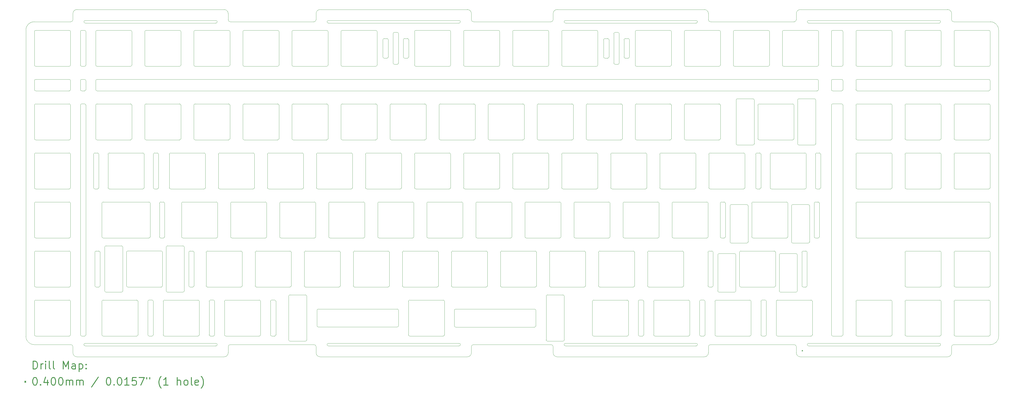
<source format=gbr>
%FSLAX45Y45*%
G04 Gerber Fmt 4.5, Leading zero omitted, Abs format (unit mm)*
G04 Created by KiCad (PCBNEW (5.1.10)-1) date 2022-01-16 21:07:40*
%MOMM*%
%LPD*%
G01*
G04 APERTURE LIST*
%TA.AperFunction,Profile*%
%ADD10C,0.100000*%
%TD*%
%ADD11C,0.200000*%
%ADD12C,0.300000*%
G04 APERTURE END LIST*
D10*
X35025095Y-26525220D02*
G75*
G02*
X34975095Y-26575220I-50000J0D01*
G01*
X34875095Y-26575220D02*
G75*
G02*
X34825095Y-26525220I0J50000D01*
G01*
X34975095Y-25175220D02*
G75*
G02*
X35025095Y-25225220I0J-50000D01*
G01*
X34825095Y-25225220D02*
G75*
G02*
X34875095Y-25175220I50000J0D01*
G01*
X35025095Y-25225220D02*
X35025095Y-26525220D01*
X34825095Y-25225220D02*
X34825095Y-26525220D01*
X34875095Y-26575220D02*
X34975095Y-26575220D01*
X34875095Y-25175220D02*
X34975095Y-25175220D01*
X38675095Y-26525220D02*
G75*
G02*
X38625095Y-26575220I-50000J0D01*
G01*
X38525095Y-26575220D02*
G75*
G02*
X38475095Y-26525220I0J50000D01*
G01*
X38625095Y-25175220D02*
G75*
G02*
X38675095Y-25225220I0J-50000D01*
G01*
X38475095Y-25225220D02*
G75*
G02*
X38525095Y-25175220I50000J0D01*
G01*
X38675095Y-25225220D02*
X38675095Y-26525220D01*
X38475095Y-25225220D02*
X38475095Y-26525220D01*
X38525095Y-26575220D02*
X38625095Y-26575220D01*
X38525095Y-25175220D02*
X38625095Y-25175220D01*
X35906295Y-26725220D02*
G75*
G02*
X35856295Y-26775220I-50000J0D01*
G01*
X35256295Y-26775220D02*
G75*
G02*
X35206295Y-26725220I0J50000D01*
G01*
X35856295Y-25275220D02*
G75*
G02*
X35906295Y-25325220I0J-50000D01*
G01*
X35206295Y-25325220D02*
G75*
G02*
X35256295Y-25275220I50000J0D01*
G01*
X35906295Y-25325220D02*
X35906295Y-26725220D01*
X35206295Y-25325220D02*
X35206295Y-26725220D01*
X35256295Y-26775220D02*
X35856295Y-26775220D01*
X35256295Y-25275220D02*
X35856295Y-25275220D01*
X38293895Y-26725220D02*
G75*
G02*
X38243895Y-26775220I-50000J0D01*
G01*
X37643895Y-26775220D02*
G75*
G02*
X37593895Y-26725220I0J50000D01*
G01*
X38243895Y-25275220D02*
G75*
G02*
X38293895Y-25325220I0J-50000D01*
G01*
X37593895Y-25325220D02*
G75*
G02*
X37643895Y-25275220I50000J0D01*
G01*
X38293895Y-25325220D02*
X38293895Y-26725220D01*
X37593895Y-25325220D02*
X37593895Y-26725220D01*
X37643895Y-26775220D02*
X38243895Y-26775220D01*
X37643895Y-25275220D02*
X38243895Y-25275220D01*
X37450095Y-26525220D02*
G75*
G02*
X37400095Y-26575220I-50000J0D01*
G01*
X36100095Y-26575220D02*
G75*
G02*
X36050095Y-26525220I0J50000D01*
G01*
X37400095Y-25175220D02*
G75*
G02*
X37450095Y-25225220I0J-50000D01*
G01*
X36050095Y-25225220D02*
G75*
G02*
X36100095Y-25175220I50000J0D01*
G01*
X37450095Y-25225220D02*
X37450095Y-26525220D01*
X36050095Y-25225220D02*
X36050095Y-26525220D01*
X36100095Y-26575220D02*
X37400095Y-26575220D01*
X36100095Y-25175220D02*
X37400095Y-25175220D01*
X11212595Y-26525220D02*
G75*
G02*
X11162595Y-26575220I-50000J0D01*
G01*
X11062595Y-26575220D02*
G75*
G02*
X11012595Y-26525220I0J50000D01*
G01*
X11162595Y-25175220D02*
G75*
G02*
X11212595Y-25225220I0J-50000D01*
G01*
X11012595Y-25225220D02*
G75*
G02*
X11062595Y-25175220I50000J0D01*
G01*
X11212595Y-25225220D02*
X11212595Y-26525220D01*
X11012595Y-25225220D02*
X11012595Y-26525220D01*
X11062595Y-26575220D02*
X11162595Y-26575220D01*
X11062595Y-25175220D02*
X11162595Y-25175220D01*
X14862595Y-26525220D02*
G75*
G02*
X14812595Y-26575220I-50000J0D01*
G01*
X14712595Y-26575220D02*
G75*
G02*
X14662595Y-26525220I0J50000D01*
G01*
X14812595Y-25175220D02*
G75*
G02*
X14862595Y-25225220I0J-50000D01*
G01*
X14662595Y-25225220D02*
G75*
G02*
X14712595Y-25175220I50000J0D01*
G01*
X14862595Y-25225220D02*
X14862595Y-26525220D01*
X14662595Y-25225220D02*
X14662595Y-26525220D01*
X14712595Y-26575220D02*
X14812595Y-26575220D01*
X14712595Y-25175220D02*
X14812595Y-25175220D01*
X35501345Y-24620220D02*
G75*
G02*
X35451345Y-24670220I-50000J0D01*
G01*
X35351345Y-24670220D02*
G75*
G02*
X35301345Y-24620220I0J50000D01*
G01*
X35451345Y-23270220D02*
G75*
G02*
X35501345Y-23320220I0J-50000D01*
G01*
X35301345Y-23320220D02*
G75*
G02*
X35351345Y-23270220I50000J0D01*
G01*
X35501345Y-23320220D02*
X35501345Y-24620220D01*
X35301345Y-23320220D02*
X35301345Y-24620220D01*
X35351345Y-24670220D02*
X35451345Y-24670220D01*
X35351345Y-23270220D02*
X35451345Y-23270220D01*
X39151345Y-24620220D02*
G75*
G02*
X39101345Y-24670220I-50000J0D01*
G01*
X39001345Y-24670220D02*
G75*
G02*
X38951345Y-24620220I0J50000D01*
G01*
X39101345Y-23270220D02*
G75*
G02*
X39151345Y-23320220I0J-50000D01*
G01*
X38951345Y-23320220D02*
G75*
G02*
X39001345Y-23270220I50000J0D01*
G01*
X39151345Y-23320220D02*
X39151345Y-24620220D01*
X38951345Y-23320220D02*
X38951345Y-24620220D01*
X39001345Y-24670220D02*
X39101345Y-24670220D01*
X39001345Y-23270220D02*
X39101345Y-23270220D01*
X36382545Y-24820220D02*
G75*
G02*
X36332545Y-24870220I-50000J0D01*
G01*
X35732545Y-24870220D02*
G75*
G02*
X35682545Y-24820220I0J50000D01*
G01*
X36332545Y-23370220D02*
G75*
G02*
X36382545Y-23420220I0J-50000D01*
G01*
X35682545Y-23420220D02*
G75*
G02*
X35732545Y-23370220I50000J0D01*
G01*
X36382545Y-23420220D02*
X36382545Y-24820220D01*
X35682545Y-23420220D02*
X35682545Y-24820220D01*
X35732545Y-24870220D02*
X36332545Y-24870220D01*
X35732545Y-23370220D02*
X36332545Y-23370220D01*
X38770145Y-24820220D02*
G75*
G02*
X38720145Y-24870220I-50000J0D01*
G01*
X38120145Y-24870220D02*
G75*
G02*
X38070145Y-24820220I0J50000D01*
G01*
X38720145Y-23370220D02*
G75*
G02*
X38770145Y-23420220I0J-50000D01*
G01*
X38070145Y-23420220D02*
G75*
G02*
X38120145Y-23370220I50000J0D01*
G01*
X38770145Y-23420220D02*
X38770145Y-24820220D01*
X38070145Y-23420220D02*
X38070145Y-24820220D01*
X38120145Y-24870220D02*
X38720145Y-24870220D01*
X38120145Y-23370220D02*
X38720145Y-23370220D01*
X37926345Y-24620220D02*
G75*
G02*
X37876345Y-24670220I-50000J0D01*
G01*
X36576345Y-24670220D02*
G75*
G02*
X36526345Y-24620220I0J50000D01*
G01*
X37876345Y-23270220D02*
G75*
G02*
X37926345Y-23320220I0J-50000D01*
G01*
X36526345Y-23320220D02*
G75*
G02*
X36576345Y-23270220I50000J0D01*
G01*
X37926345Y-23320220D02*
X37926345Y-24620220D01*
X36526345Y-23320220D02*
X36526345Y-24620220D01*
X36576345Y-24670220D02*
X37876345Y-24670220D01*
X36576345Y-23270220D02*
X37876345Y-23270220D01*
X34843430Y-28890680D02*
X34843430Y-29128790D01*
X28811310Y-29128790D02*
G75*
G03*
X28970050Y-29287530I158740J0D01*
G01*
X28811310Y-29128790D02*
X28811310Y-28890680D01*
X34684690Y-29287530D02*
X28970050Y-29287530D01*
X34684690Y-29287530D02*
G75*
G03*
X34843430Y-29128790I0J158740D01*
G01*
X19604390Y-29128790D02*
G75*
G03*
X19763130Y-29287530I158740J0D01*
G01*
X25636510Y-28890680D02*
X25636510Y-29128790D01*
X25477770Y-29287530D02*
X19763130Y-29287530D01*
X44129720Y-29287530D02*
G75*
G03*
X44288460Y-29128790I0J158740D01*
G01*
X38256340Y-29128790D02*
X38256340Y-28890680D01*
X38256340Y-29128790D02*
G75*
G03*
X38415080Y-29287530I158740J0D01*
G01*
X10159360Y-29128790D02*
G75*
G03*
X10318100Y-29287530I158740J0D01*
G01*
X10159360Y-29128790D02*
X10159360Y-28890680D01*
X16032740Y-29287530D02*
G75*
G03*
X16191480Y-29128790I0J158740D01*
G01*
X16032740Y-29287530D02*
X10318100Y-29287530D01*
X16191480Y-28890680D02*
X16191480Y-29128790D01*
X44129720Y-29287530D02*
X38415080Y-29287530D01*
X44288460Y-28890680D02*
X44288460Y-29128790D01*
X25477770Y-29287530D02*
G75*
G03*
X25636510Y-29128790I0J158740D01*
G01*
X19604390Y-29128790D02*
X19604390Y-28890680D01*
X20080610Y-28861310D02*
G75*
G02*
X20030610Y-28811310I0J50000D01*
G01*
X34367210Y-28861310D02*
X29287530Y-28861310D01*
X15715260Y-28861310D02*
X10635580Y-28861310D01*
X15715260Y-28761310D02*
G75*
G02*
X15765260Y-28811310I0J-50000D01*
G01*
X34417210Y-28811310D02*
G75*
G02*
X34367210Y-28861310I-50000J0D01*
G01*
X38682560Y-28811310D02*
G75*
G02*
X38732560Y-28761310I50000J0D01*
G01*
X20030610Y-28811310D02*
G75*
G02*
X20080610Y-28761310I50000J0D01*
G01*
X38732560Y-28861310D02*
G75*
G02*
X38682560Y-28811310I0J50000D01*
G01*
X15765260Y-28811310D02*
G75*
G02*
X15715260Y-28861310I-50000J0D01*
G01*
X34367210Y-28761310D02*
G75*
G02*
X34417210Y-28811310I0J-50000D01*
G01*
X43812240Y-28861310D02*
X38732560Y-28861310D01*
X25160290Y-28861310D02*
X20080610Y-28861310D01*
X38732560Y-28761310D02*
X43812240Y-28761310D01*
X29287530Y-28761310D02*
X34367210Y-28761310D01*
X29287530Y-28861310D02*
G75*
G02*
X29237530Y-28811310I0J50000D01*
G01*
X29237530Y-28811310D02*
G75*
G02*
X29287530Y-28761310I50000J0D01*
G01*
X43862240Y-28811310D02*
G75*
G02*
X43812240Y-28861310I-50000J0D01*
G01*
X43812240Y-28761310D02*
G75*
G02*
X43862240Y-28811310I0J-50000D01*
G01*
X25210290Y-28811310D02*
G75*
G02*
X25160290Y-28861310I-50000J0D01*
G01*
X10585580Y-28811310D02*
G75*
G02*
X10635580Y-28761310I50000J0D01*
G01*
X10635580Y-28761310D02*
X15715260Y-28761310D01*
X10635580Y-28861310D02*
G75*
G02*
X10585580Y-28811310I0J50000D01*
G01*
X20080610Y-28761310D02*
X25160290Y-28761310D01*
X25160290Y-28761310D02*
G75*
G02*
X25210290Y-28811310I0J-50000D01*
G01*
X34367210Y-16220850D02*
G75*
G02*
X34417210Y-16270850I0J-50000D01*
G01*
X38732560Y-16220850D02*
X43812240Y-16220850D01*
X38732560Y-16320850D02*
G75*
G02*
X38682560Y-16270850I0J50000D01*
G01*
X34417210Y-16270850D02*
G75*
G02*
X34367210Y-16320850I-50000J0D01*
G01*
X38682560Y-16270850D02*
G75*
G02*
X38732560Y-16220850I50000J0D01*
G01*
X29287530Y-16220850D02*
X34367210Y-16220850D01*
X29237530Y-16270850D02*
G75*
G02*
X29287530Y-16220850I50000J0D01*
G01*
X43862240Y-16270850D02*
G75*
G02*
X43812240Y-16320850I-50000J0D01*
G01*
X43812240Y-16320850D02*
X38732560Y-16320850D01*
X43812240Y-16220850D02*
G75*
G02*
X43862240Y-16270850I0J-50000D01*
G01*
X34367210Y-16320850D02*
X29287530Y-16320850D01*
X29287530Y-16320850D02*
G75*
G02*
X29237530Y-16270850I0J50000D01*
G01*
X25160290Y-16320850D02*
X20080610Y-16320850D01*
X25160290Y-16220850D02*
G75*
G02*
X25210290Y-16270850I0J-50000D01*
G01*
X25210290Y-16270850D02*
G75*
G02*
X25160290Y-16320850I-50000J0D01*
G01*
X20030610Y-16270850D02*
G75*
G02*
X20080610Y-16220850I50000J0D01*
G01*
X20080610Y-16220850D02*
X25160290Y-16220850D01*
X20080610Y-16320850D02*
G75*
G02*
X20030610Y-16270850I0J50000D01*
G01*
X15715260Y-16320850D02*
X10635580Y-16320850D01*
X10635580Y-16220850D02*
X15715260Y-16220850D01*
X15765260Y-16270850D02*
G75*
G02*
X15715260Y-16320850I-50000J0D01*
G01*
X15715260Y-16220850D02*
G75*
G02*
X15765260Y-16270850I0J-50000D01*
G01*
X10635580Y-16320850D02*
G75*
G02*
X10585580Y-16270850I0J50000D01*
G01*
X10585580Y-16270850D02*
G75*
G02*
X10635580Y-16220850I50000J0D01*
G01*
X8651330Y-28811310D02*
X10079990Y-28811310D01*
X16270850Y-28811310D02*
X19525020Y-28811310D01*
X44367830Y-28811310D02*
X45796490Y-28811310D01*
X34922800Y-28811310D02*
X38176970Y-28811310D01*
X28731940Y-28811310D02*
X25715880Y-28811310D01*
X34922800Y-28811310D02*
G75*
G03*
X34843430Y-28890680I0J-79370D01*
G01*
X28811310Y-28890680D02*
G75*
G03*
X28731940Y-28811310I-79370J0D01*
G01*
X44367830Y-28811310D02*
G75*
G03*
X44288460Y-28890680I0J-79370D01*
G01*
X25715880Y-28811310D02*
G75*
G03*
X25636510Y-28890680I0J-79370D01*
G01*
X16270850Y-28811310D02*
G75*
G03*
X16191480Y-28890680I0J-79370D01*
G01*
X10159360Y-28890680D02*
G75*
G03*
X10079990Y-28811310I-79370J0D01*
G01*
X38256340Y-28890680D02*
G75*
G03*
X38176970Y-28811310I-79370J0D01*
G01*
X19604390Y-28890680D02*
G75*
G03*
X19525020Y-28811310I-79370J0D01*
G01*
X8651330Y-16270850D02*
X10079990Y-16270850D01*
X16270850Y-16270850D02*
X19525020Y-16270850D01*
X44367830Y-16270850D02*
X45796490Y-16270850D01*
X34922800Y-16270850D02*
X38176970Y-16270850D01*
X29191345Y-28680220D02*
X28591345Y-28680220D01*
X28591345Y-28680220D02*
G75*
G02*
X28541345Y-28630220I0J50000D01*
G01*
X29241345Y-28630220D02*
G75*
G02*
X29191345Y-28680220I-50000J0D01*
G01*
X18591345Y-28680220D02*
G75*
G02*
X18541345Y-28630220I0J50000D01*
G01*
X19241345Y-28630220D02*
G75*
G02*
X19191345Y-28680220I-50000J0D01*
G01*
X19191345Y-28680220D02*
X18591345Y-28680220D01*
X28731940Y-16270850D02*
X25715880Y-16270850D01*
X28811310Y-15953370D02*
G75*
G02*
X28970050Y-15794630I158740J0D01*
G01*
X28811310Y-15953370D02*
X28811310Y-16191480D01*
X34922800Y-16270850D02*
G75*
G02*
X34843430Y-16191480I0J79370D01*
G01*
X34843430Y-16191480D02*
X34843430Y-15953370D01*
X34684690Y-15794630D02*
X28970050Y-15794630D01*
X34684690Y-15794630D02*
G75*
G02*
X34843430Y-15953370I0J-158740D01*
G01*
X28811310Y-16191480D02*
G75*
G02*
X28731940Y-16270850I-79370J0D01*
G01*
X8333850Y-28493830D02*
X8333850Y-16588330D01*
X46113970Y-28493830D02*
X46113970Y-16588330D01*
X11445340Y-24974380D02*
G75*
G03*
X11395340Y-25024380I0J-50000D01*
G01*
X11445340Y-24974380D02*
X12045340Y-24974380D01*
X12095340Y-25024380D02*
G75*
G03*
X12045340Y-24974380I-50000J0D01*
G01*
X14482940Y-25024380D02*
X14482940Y-26724860D01*
X13782940Y-25024380D02*
X13782940Y-26724860D01*
X14482940Y-26724860D02*
G75*
G02*
X14432940Y-26774860I-50000J0D01*
G01*
X13832940Y-24974380D02*
G75*
G03*
X13782940Y-25024380I0J-50000D01*
G01*
X11395340Y-26724860D02*
X11395340Y-25024380D01*
X13832940Y-26774860D02*
G75*
G02*
X13782940Y-26724860I0J50000D01*
G01*
X11445340Y-26774860D02*
G75*
G02*
X11395340Y-26724860I0J50000D01*
G01*
X12095340Y-26724860D02*
G75*
G02*
X12045340Y-26774860I-50000J0D01*
G01*
X12095340Y-26724860D02*
X12095340Y-25024380D01*
X14482940Y-25024380D02*
G75*
G03*
X14432940Y-24974380I-50000J0D01*
G01*
X13832940Y-26774860D02*
X14432940Y-26774860D01*
X11445340Y-26774860D02*
X12045340Y-26774860D01*
X13832940Y-24974380D02*
X14432940Y-24974380D01*
X13001850Y-18002720D02*
G75*
G02*
X12951850Y-17952720I0J50000D01*
G01*
X14351850Y-17952720D02*
G75*
G02*
X14301850Y-18002720I-50000J0D01*
G01*
X13001850Y-18002720D02*
X14301850Y-18002720D01*
X13001850Y-16602720D02*
X14301850Y-16602720D01*
X12951850Y-16652720D02*
G75*
G02*
X13001850Y-16602720I50000J0D01*
G01*
X14351850Y-16652720D02*
X14351850Y-17952720D01*
X12951850Y-16652720D02*
X12951850Y-17952720D01*
X14301850Y-16602720D02*
G75*
G02*
X14351850Y-16652720I0J-50000D01*
G01*
X31217295Y-17923230D02*
G75*
G02*
X31167295Y-17873230I0J50000D01*
G01*
X31167295Y-17873230D02*
X31167295Y-16731970D01*
X30979895Y-17635120D02*
G75*
G02*
X30929895Y-17685120I-50000J0D01*
G01*
X31167295Y-16731970D02*
G75*
G02*
X31217295Y-16681970I50000J0D01*
G01*
X30979895Y-17635120D02*
X30979895Y-16970080D01*
X31773595Y-17635120D02*
G75*
G02*
X31723595Y-17685120I-50000J0D01*
G01*
X30929895Y-16920080D02*
G75*
G02*
X30979895Y-16970080I0J-50000D01*
G01*
X30820445Y-17685120D02*
X30929895Y-17685120D01*
X30770445Y-17635120D02*
X30770445Y-16970080D01*
X31614145Y-16920080D02*
X31723595Y-16920080D01*
X31614145Y-17685120D02*
X31723595Y-17685120D01*
X31564145Y-17635120D02*
X31564145Y-16970080D01*
X31564145Y-16970080D02*
G75*
G02*
X31614145Y-16920080I50000J0D01*
G01*
X31217295Y-16681970D02*
X31326745Y-16681970D01*
X31614145Y-17685120D02*
G75*
G02*
X31564145Y-17635120I0J50000D01*
G01*
X31376745Y-17873230D02*
G75*
G02*
X31326745Y-17923230I-50000J0D01*
G01*
X30820445Y-17685120D02*
G75*
G02*
X30770445Y-17635120I0J50000D01*
G01*
X31217295Y-17923230D02*
X31326745Y-17923230D01*
X30770445Y-16970080D02*
G75*
G02*
X30820445Y-16920080I50000J0D01*
G01*
X30820445Y-16920080D02*
X30929895Y-16920080D01*
X31326745Y-16681970D02*
G75*
G02*
X31376745Y-16731970I0J-50000D01*
G01*
X31376745Y-17873230D02*
X31376745Y-16731970D01*
X31723595Y-16920080D02*
G75*
G02*
X31773595Y-16970080I0J-50000D01*
G01*
X31773595Y-17635120D02*
X31773595Y-16970080D01*
X22804785Y-17873230D02*
G75*
G02*
X22754785Y-17923230I-50000J0D01*
G01*
X22248485Y-17685120D02*
X22357935Y-17685120D01*
X22645335Y-16681970D02*
X22754785Y-16681970D01*
X22645335Y-17923230D02*
G75*
G02*
X22595335Y-17873230I0J50000D01*
G01*
X22198485Y-17635120D02*
X22198485Y-16970080D01*
X22198485Y-16970080D02*
G75*
G02*
X22248485Y-16920080I50000J0D01*
G01*
X22754785Y-16681970D02*
G75*
G02*
X22804785Y-16731970I0J-50000D01*
G01*
X22595335Y-17873230D02*
X22595335Y-16731970D01*
X22804785Y-17873230D02*
X22804785Y-16731970D01*
X22595335Y-16731970D02*
G75*
G02*
X22645335Y-16681970I50000J0D01*
G01*
X22407935Y-17635120D02*
G75*
G02*
X22357935Y-17685120I-50000J0D01*
G01*
X22248485Y-16920080D02*
X22357935Y-16920080D01*
X22248485Y-17685120D02*
G75*
G02*
X22198485Y-17635120I0J50000D01*
G01*
X22357935Y-16920080D02*
G75*
G02*
X22407935Y-16970080I0J-50000D01*
G01*
X22407935Y-17635120D02*
X22407935Y-16970080D01*
X22645335Y-17923230D02*
X22754785Y-17923230D01*
X23042185Y-17685120D02*
X23151635Y-17685120D01*
X22992185Y-17635120D02*
X22992185Y-16970080D01*
X23042185Y-16920080D02*
X23151635Y-16920080D01*
X23042185Y-17685120D02*
G75*
G02*
X22992185Y-17635120I0J50000D01*
G01*
X23151635Y-16920080D02*
G75*
G02*
X23201635Y-16970080I0J-50000D01*
G01*
X23201635Y-17635120D02*
G75*
G02*
X23151635Y-17685120I-50000J0D01*
G01*
X22992185Y-16970080D02*
G75*
G02*
X23042185Y-16920080I50000J0D01*
G01*
X23201635Y-17635120D02*
X23201635Y-16970080D01*
X32169735Y-28479440D02*
X32279185Y-28479440D01*
X32329185Y-28429440D02*
G75*
G02*
X32279185Y-28479440I-50000J0D01*
G01*
X32169735Y-28479440D02*
G75*
G02*
X32119735Y-28429440I0J50000D01*
G01*
X32169735Y-27079440D02*
X32279185Y-27079440D01*
X32279185Y-27079440D02*
G75*
G02*
X32329185Y-27129440I0J-50000D01*
G01*
X32329185Y-28429440D02*
X32329185Y-27129440D01*
X32119735Y-28429440D02*
X32119735Y-27129440D01*
X32119735Y-27129440D02*
G75*
G02*
X32169735Y-27079440I50000J0D01*
G01*
X34710285Y-28429440D02*
X34710285Y-27129440D01*
X34660285Y-27079440D02*
G75*
G02*
X34710285Y-27129440I0J-50000D01*
G01*
X34550835Y-28479440D02*
X34660285Y-28479440D01*
X34710285Y-28429440D02*
G75*
G02*
X34660285Y-28479440I-50000J0D01*
G01*
X34500835Y-27129440D02*
G75*
G02*
X34550835Y-27079440I50000J0D01*
G01*
X34550835Y-28479440D02*
G75*
G02*
X34500835Y-28429440I0J50000D01*
G01*
X34500835Y-28429440D02*
X34500835Y-27129440D01*
X34550835Y-27079440D02*
X34660285Y-27079440D01*
X36931935Y-27079440D02*
X37041385Y-27079440D01*
X36931935Y-28479440D02*
G75*
G02*
X36881935Y-28429440I0J50000D01*
G01*
X36881935Y-28429440D02*
X36881935Y-27129440D01*
X37041385Y-27079440D02*
G75*
G02*
X37091385Y-27129440I0J-50000D01*
G01*
X36931935Y-28479440D02*
X37041385Y-28479440D01*
X37091385Y-28429440D02*
X37091385Y-27129440D01*
X36881935Y-27129440D02*
G75*
G02*
X36931935Y-27079440I50000J0D01*
G01*
X37091385Y-28429440D02*
G75*
G02*
X37041385Y-28479440I-50000J0D01*
G01*
X18042585Y-28429440D02*
G75*
G02*
X17992585Y-28479440I-50000J0D01*
G01*
X17833135Y-28429440D02*
X17833135Y-27129440D01*
X17883135Y-27079440D02*
X17992585Y-27079440D01*
X17883135Y-28479440D02*
X17992585Y-28479440D01*
X18042585Y-28429440D02*
X18042585Y-27129440D01*
X17883135Y-28479440D02*
G75*
G02*
X17833135Y-28429440I0J50000D01*
G01*
X17992585Y-27079440D02*
G75*
G02*
X18042585Y-27129440I0J-50000D01*
G01*
X17833135Y-27129440D02*
G75*
G02*
X17883135Y-27079440I50000J0D01*
G01*
X15661485Y-28429440D02*
G75*
G02*
X15611485Y-28479440I-50000J0D01*
G01*
X15502035Y-27079440D02*
X15611485Y-27079440D01*
X15661485Y-28429440D02*
X15661485Y-27129440D01*
X15502035Y-28479440D02*
X15611485Y-28479440D01*
X15502035Y-28479440D02*
G75*
G02*
X15452035Y-28429440I0J50000D01*
G01*
X15611485Y-27079440D02*
G75*
G02*
X15661485Y-27129440I0J-50000D01*
G01*
X15452035Y-27129440D02*
G75*
G02*
X15502035Y-27079440I50000J0D01*
G01*
X15452035Y-28429440D02*
X15452035Y-27129440D01*
X13230385Y-27079440D02*
G75*
G02*
X13280385Y-27129440I0J-50000D01*
G01*
X13070935Y-28429440D02*
X13070935Y-27129440D01*
X13280385Y-28429440D02*
G75*
G02*
X13230385Y-28479440I-50000J0D01*
G01*
X13120935Y-28479440D02*
X13230385Y-28479440D01*
X13120935Y-28479440D02*
G75*
G02*
X13070935Y-28429440I0J50000D01*
G01*
X13120935Y-27079440D02*
X13230385Y-27079440D01*
X13280385Y-28429440D02*
X13280385Y-27129440D01*
X13070935Y-27129440D02*
G75*
G02*
X13120935Y-27079440I50000J0D01*
G01*
X10501725Y-18955040D02*
X10611175Y-18955040D01*
X10451725Y-18905040D02*
X10451725Y-18557480D01*
X10451725Y-18557480D02*
G75*
G02*
X10501725Y-18507480I50000J0D01*
G01*
X10661175Y-18905040D02*
G75*
G02*
X10611175Y-18955040I-50000J0D01*
G01*
X10501725Y-18507480D02*
X10611175Y-18507480D01*
X10501725Y-18955040D02*
G75*
G02*
X10451725Y-18905040I0J50000D01*
G01*
X10611175Y-18507480D02*
G75*
G02*
X10661175Y-18557480I0J-50000D01*
G01*
X10661175Y-18905040D02*
X10661175Y-18557480D01*
X10065900Y-18905040D02*
G75*
G02*
X10015900Y-18955040I-50000J0D01*
G01*
X8715900Y-18955040D02*
G75*
G02*
X8665900Y-18905040I0J50000D01*
G01*
X10015900Y-18507480D02*
G75*
G02*
X10065900Y-18557480I0J-50000D01*
G01*
X8665900Y-18557480D02*
G75*
G02*
X8715900Y-18507480I50000J0D01*
G01*
X10065900Y-18905040D02*
X10065900Y-18557480D01*
X8665900Y-18905040D02*
X8665900Y-18557480D01*
X8715900Y-18955040D02*
X10015900Y-18955040D01*
X8715900Y-18507480D02*
X10015900Y-18507480D01*
X10451725Y-16652600D02*
G75*
G02*
X10501725Y-16602600I50000J0D01*
G01*
X10661175Y-17952600D02*
X10661175Y-16652600D01*
X10611175Y-16602600D02*
G75*
G02*
X10661175Y-16652600I0J-50000D01*
G01*
X10451725Y-17952600D02*
X10451725Y-16652600D01*
X10661175Y-17952600D02*
G75*
G02*
X10611175Y-18002600I-50000J0D01*
G01*
X10501725Y-18002600D02*
G75*
G02*
X10451725Y-17952600I0J50000D01*
G01*
X10501725Y-16602600D02*
X10611175Y-16602600D01*
X10501725Y-18002600D02*
X10611175Y-18002600D01*
X28591345Y-26878780D02*
G75*
G03*
X28541345Y-26928780I0J-50000D01*
G01*
X29241345Y-26928780D02*
G75*
G03*
X29191345Y-26878780I-50000J0D01*
G01*
X29191345Y-26878780D02*
X28591345Y-26878780D01*
X18591345Y-26878780D02*
G75*
G03*
X18541345Y-26928780I0J-50000D01*
G01*
X19241345Y-26928780D02*
G75*
G03*
X19191345Y-26878780I-50000J0D01*
G01*
X19191345Y-26878780D02*
X18591345Y-26878780D01*
X12289140Y-25174860D02*
X13589140Y-25174860D01*
X13639140Y-25224860D02*
X13639140Y-26524860D01*
X13589140Y-25174860D02*
G75*
G02*
X13639140Y-25224860I0J-50000D01*
G01*
X13639140Y-26524860D02*
G75*
G02*
X13589140Y-26574860I-50000J0D01*
G01*
X12289140Y-26574860D02*
G75*
G02*
X12239140Y-26524860I0J50000D01*
G01*
X12239140Y-25224860D02*
X12239140Y-26524860D01*
X12239140Y-25224860D02*
G75*
G02*
X12289140Y-25174860I50000J0D01*
G01*
X12289140Y-26574860D02*
X13589140Y-26574860D01*
X38358270Y-19259740D02*
X38958270Y-19259740D01*
X38358270Y-19259740D02*
G75*
G03*
X38308270Y-19309740I0J-50000D01*
G01*
X39008270Y-19309740D02*
G75*
G03*
X38958270Y-19259740I-50000J0D01*
G01*
X35970670Y-19259740D02*
X36570670Y-19259740D01*
X36620670Y-21010220D02*
X36620670Y-19309740D01*
X35920670Y-21010220D02*
X35920670Y-19309740D01*
X35970670Y-19259740D02*
G75*
G03*
X35920670Y-19309740I0J-50000D01*
G01*
X36620670Y-19309740D02*
G75*
G03*
X36570670Y-19259740I-50000J0D01*
G01*
X42529470Y-18002900D02*
X43829470Y-18002900D01*
X42529470Y-18002900D02*
G75*
G02*
X42479470Y-17952900I0J50000D01*
G01*
X42479470Y-16652900D02*
G75*
G02*
X42529470Y-16602900I50000J0D01*
G01*
X42529470Y-16602900D02*
X43829470Y-16602900D01*
X43879470Y-16652900D02*
X43879470Y-17952900D01*
X43879470Y-17952900D02*
G75*
G02*
X43829470Y-18002900I-50000J0D01*
G01*
X43829470Y-16602900D02*
G75*
G02*
X43879470Y-16652900I0J-50000D01*
G01*
X42479470Y-16652900D02*
X42479470Y-17952900D01*
X10661175Y-28429440D02*
X10661175Y-19509920D01*
X10611175Y-19459920D02*
G75*
G02*
X10661175Y-19509920I0J-50000D01*
G01*
X10501725Y-19459920D02*
X10611175Y-19459920D01*
X10451725Y-28429440D02*
X10451725Y-19509920D01*
X10451725Y-19509920D02*
G75*
G02*
X10501725Y-19459920I50000J0D01*
G01*
X10501725Y-28479440D02*
G75*
G02*
X10451725Y-28429440I0J50000D01*
G01*
X10501725Y-28479440D02*
X10611175Y-28479440D01*
X10661175Y-28429440D02*
G75*
G02*
X10611175Y-28479440I-50000J0D01*
G01*
X44434470Y-25175340D02*
X45734470Y-25175340D01*
X44434470Y-26575340D02*
G75*
G02*
X44384470Y-26525340I0J50000D01*
G01*
X44384470Y-25225340D02*
X44384470Y-26525340D01*
X45734470Y-25175340D02*
G75*
G02*
X45784470Y-25225340I0J-50000D01*
G01*
X45784470Y-26525340D02*
G75*
G02*
X45734470Y-26575340I-50000J0D01*
G01*
X45784470Y-25225340D02*
X45784470Y-26525340D01*
X44434470Y-26575340D02*
X45734470Y-26575340D01*
X44384470Y-25225340D02*
G75*
G02*
X44434470Y-25175340I50000J0D01*
G01*
X40574470Y-21415100D02*
G75*
G02*
X40624470Y-21365100I50000J0D01*
G01*
X44434470Y-22765100D02*
G75*
G02*
X44384470Y-22715100I0J50000D01*
G01*
X40624470Y-22765100D02*
G75*
G02*
X40574470Y-22715100I0J50000D01*
G01*
X41974470Y-22715100D02*
G75*
G02*
X41924470Y-22765100I-50000J0D01*
G01*
X44434470Y-22765100D02*
X45734470Y-22765100D01*
X42529470Y-22765100D02*
X43829470Y-22765100D01*
X42529470Y-22765100D02*
G75*
G02*
X42479470Y-22715100I0J50000D01*
G01*
X42479470Y-21415100D02*
G75*
G02*
X42529470Y-21365100I50000J0D01*
G01*
X42529470Y-21365100D02*
X43829470Y-21365100D01*
X44384470Y-21415100D02*
G75*
G02*
X44434470Y-21365100I50000J0D01*
G01*
X43879470Y-21415100D02*
X43879470Y-22715100D01*
X45734470Y-21365100D02*
G75*
G02*
X45784470Y-21415100I0J-50000D01*
G01*
X40624470Y-22765100D02*
X41924470Y-22765100D01*
X41974470Y-21415100D02*
X41974470Y-22715100D01*
X44434470Y-21365100D02*
X45734470Y-21365100D01*
X44384470Y-21415100D02*
X44384470Y-22715100D01*
X45784470Y-22715100D02*
G75*
G02*
X45734470Y-22765100I-50000J0D01*
G01*
X41924470Y-21365100D02*
G75*
G02*
X41974470Y-21415100I0J-50000D01*
G01*
X43879470Y-22715100D02*
G75*
G02*
X43829470Y-22765100I-50000J0D01*
G01*
X43829470Y-21365100D02*
G75*
G02*
X43879470Y-21415100I0J-50000D01*
G01*
X45784470Y-21415100D02*
X45784470Y-22715100D01*
X42479470Y-21415100D02*
X42479470Y-22715100D01*
X40624470Y-21365100D02*
X41924470Y-21365100D01*
X40574470Y-21415100D02*
X40574470Y-22715100D01*
X39670200Y-18955040D02*
X40017760Y-18955040D01*
X39670200Y-18507480D02*
X40017760Y-18507480D01*
X40067760Y-18905040D02*
X40067760Y-18557480D01*
X39620200Y-18905040D02*
X39620200Y-18557480D01*
X39670200Y-18955040D02*
G75*
G02*
X39620200Y-18905040I0J50000D01*
G01*
X40017760Y-18507480D02*
G75*
G02*
X40067760Y-18557480I0J-50000D01*
G01*
X39620200Y-18557480D02*
G75*
G02*
X39670200Y-18507480I50000J0D01*
G01*
X40067760Y-18905040D02*
G75*
G02*
X40017760Y-18955040I-50000J0D01*
G01*
X45782100Y-18904860D02*
X45782100Y-18557300D01*
X40572340Y-18904860D02*
X40572340Y-18557300D01*
X45732100Y-18507300D02*
X40622340Y-18507300D01*
X45732100Y-18954860D02*
X40622340Y-18954860D01*
X45782100Y-18904860D02*
G75*
G02*
X45732100Y-18954860I-50000J0D01*
G01*
X40572340Y-18557300D02*
G75*
G02*
X40622340Y-18507300I50000J0D01*
G01*
X40622340Y-18954860D02*
G75*
G02*
X40572340Y-18904860I0J50000D01*
G01*
X45732100Y-18507300D02*
G75*
G02*
X45782100Y-18557300I0J-50000D01*
G01*
X39670200Y-28479440D02*
X40017760Y-28479440D01*
X39670200Y-19459920D02*
X40017760Y-19459920D01*
X40067760Y-28429440D02*
X40067760Y-19509920D01*
X39620200Y-28429440D02*
X39620200Y-19509920D01*
X39670200Y-28479440D02*
G75*
G02*
X39620200Y-28429440I0J50000D01*
G01*
X40017760Y-19459920D02*
G75*
G02*
X40067760Y-19509920I0J-50000D01*
G01*
X39620200Y-19509920D02*
G75*
G02*
X39670200Y-19459920I50000J0D01*
G01*
X40067760Y-28429440D02*
G75*
G02*
X40017760Y-28479440I-50000J0D01*
G01*
X39620200Y-16652600D02*
G75*
G02*
X39670200Y-16602600I50000J0D01*
G01*
X39670200Y-16602600D02*
X40017760Y-16602600D01*
X40067760Y-17952600D02*
X40067760Y-16652600D01*
X39620200Y-17952600D02*
X39620200Y-16652600D01*
X40017760Y-16602600D02*
G75*
G02*
X40067760Y-16652600I0J-50000D01*
G01*
X39670200Y-18002600D02*
X40017760Y-18002600D01*
X39670200Y-18002600D02*
G75*
G02*
X39620200Y-17952600I0J50000D01*
G01*
X40067760Y-17952600D02*
G75*
G02*
X40017760Y-18002600I-50000J0D01*
G01*
X11046820Y-18557780D02*
X11046820Y-18905340D01*
X39115140Y-18557780D02*
X39115140Y-18905340D01*
X11046820Y-18557780D02*
G75*
G02*
X11096820Y-18507780I50000J0D01*
G01*
X11096820Y-18507780D02*
X39065140Y-18507780D01*
X11096820Y-18955340D02*
G75*
G02*
X11046820Y-18905340I0J50000D01*
G01*
X11096820Y-18955340D02*
X39065140Y-18955340D01*
X39065140Y-18507780D02*
G75*
G02*
X39115140Y-18557780I0J-50000D01*
G01*
X39115140Y-18905340D02*
G75*
G02*
X39065140Y-18955340I-50000J0D01*
G01*
X10065720Y-17952720D02*
G75*
G02*
X10015720Y-18002720I-50000J0D01*
G01*
X10065720Y-16652720D02*
X10065720Y-17952720D01*
X8665720Y-16652720D02*
X8665720Y-17952720D01*
X8715720Y-18002720D02*
X10015720Y-18002720D01*
X8665720Y-16652720D02*
G75*
G02*
X8715720Y-16602720I50000J0D01*
G01*
X8715720Y-16602720D02*
X10015720Y-16602720D01*
X8715720Y-18002720D02*
G75*
G02*
X8665720Y-17952720I0J50000D01*
G01*
X10015720Y-16602720D02*
G75*
G02*
X10065720Y-16652720I0J-50000D01*
G01*
X28090670Y-28130785D02*
X25023900Y-28130785D01*
X28140670Y-27480785D02*
X28140670Y-28080785D01*
X25023900Y-28130785D02*
G75*
G02*
X24973900Y-28080785I0J50000D01*
G01*
X28140670Y-28080785D02*
G75*
G02*
X28090670Y-28130785I-50000J0D01*
G01*
X24973900Y-27480785D02*
G75*
G02*
X25023900Y-27430785I50000J0D01*
G01*
X24973900Y-28080785D02*
X24973900Y-27480785D01*
X28090670Y-27430785D02*
G75*
G02*
X28140670Y-27480785I0J-50000D01*
G01*
X28090670Y-27430785D02*
X25023900Y-27430785D01*
X11335095Y-24670460D02*
X13111345Y-24670220D01*
X11335095Y-23270460D02*
X13111345Y-23270220D01*
X11285095Y-23320460D02*
G75*
G02*
X11335095Y-23270460I50000J0D01*
G01*
X11285095Y-23320460D02*
X11285095Y-24620460D01*
X11335095Y-24670460D02*
G75*
G02*
X11285095Y-24620460I0J50000D01*
G01*
X22806840Y-28078215D02*
G75*
G02*
X22756840Y-28128215I-50000J0D01*
G01*
X22756840Y-27428215D02*
G75*
G02*
X22806840Y-27478215I0J-50000D01*
G01*
X19640070Y-27478215D02*
G75*
G02*
X19690070Y-27428215I50000J0D01*
G01*
X19690070Y-28128215D02*
G75*
G02*
X19640070Y-28078215I0J50000D01*
G01*
X19690070Y-28128215D02*
X22756840Y-28128215D01*
X19640070Y-28078215D02*
X19640070Y-27478215D01*
X19690070Y-27428215D02*
X22756840Y-27428215D01*
X22806840Y-27478215D02*
X22806840Y-28078215D01*
X45784470Y-28430220D02*
G75*
G02*
X45734470Y-28480220I-50000J0D01*
G01*
X44434470Y-28480220D02*
G75*
G02*
X44384470Y-28430220I0J50000D01*
G01*
X45734470Y-27080220D02*
G75*
G02*
X45784470Y-27130220I0J-50000D01*
G01*
X44384470Y-27130220D02*
G75*
G02*
X44434470Y-27080220I50000J0D01*
G01*
X45784470Y-27130220D02*
X45784470Y-28430220D01*
X44384470Y-27130220D02*
X44384470Y-28430220D01*
X44434470Y-28480220D02*
X45734470Y-28480220D01*
X44434470Y-27080220D02*
X45734470Y-27080220D01*
X43879470Y-28430220D02*
G75*
G02*
X43829470Y-28480220I-50000J0D01*
G01*
X42529470Y-28480220D02*
G75*
G02*
X42479470Y-28430220I0J50000D01*
G01*
X43829470Y-27080220D02*
G75*
G02*
X43879470Y-27130220I0J-50000D01*
G01*
X42479470Y-27130220D02*
G75*
G02*
X42529470Y-27080220I50000J0D01*
G01*
X43879470Y-27130220D02*
X43879470Y-28430220D01*
X42479470Y-27130220D02*
X42479470Y-28430220D01*
X42529470Y-28480220D02*
X43829470Y-28480220D01*
X42529470Y-27080220D02*
X43829470Y-27080220D01*
X41974470Y-28430220D02*
G75*
G02*
X41924470Y-28480220I-50000J0D01*
G01*
X40624470Y-28480220D02*
G75*
G02*
X40574470Y-28430220I0J50000D01*
G01*
X41924470Y-27080220D02*
G75*
G02*
X41974470Y-27130220I0J-50000D01*
G01*
X40574470Y-27130220D02*
G75*
G02*
X40624470Y-27080220I50000J0D01*
G01*
X41974470Y-27130220D02*
X41974470Y-28430220D01*
X40574470Y-27130220D02*
X40574470Y-28430220D01*
X40624470Y-28480220D02*
X41924470Y-28480220D01*
X40624470Y-27080220D02*
X41924470Y-27080220D01*
X38878845Y-28430220D02*
G75*
G02*
X38828845Y-28480220I-50000J0D01*
G01*
X37528845Y-28480220D02*
G75*
G02*
X37478845Y-28430220I0J50000D01*
G01*
X38828845Y-27080220D02*
G75*
G02*
X38878845Y-27130220I0J-50000D01*
G01*
X37478845Y-27130220D02*
G75*
G02*
X37528845Y-27080220I50000J0D01*
G01*
X38878845Y-27130220D02*
X38878845Y-28430220D01*
X37478845Y-27130220D02*
X37478845Y-28430220D01*
X37528845Y-28480220D02*
X38828845Y-28480220D01*
X37528845Y-27080220D02*
X38828845Y-27080220D01*
X36497595Y-28430220D02*
G75*
G02*
X36447595Y-28480220I-50000J0D01*
G01*
X35147595Y-28480220D02*
G75*
G02*
X35097595Y-28430220I0J50000D01*
G01*
X36447595Y-27080220D02*
G75*
G02*
X36497595Y-27130220I0J-50000D01*
G01*
X35097595Y-27130220D02*
G75*
G02*
X35147595Y-27080220I50000J0D01*
G01*
X36497595Y-27130220D02*
X36497595Y-28430220D01*
X35097595Y-27130220D02*
X35097595Y-28430220D01*
X35147595Y-28480220D02*
X36447595Y-28480220D01*
X35147595Y-27080220D02*
X36447595Y-27080220D01*
X34116345Y-28430220D02*
G75*
G02*
X34066345Y-28480220I-50000J0D01*
G01*
X32766345Y-28480220D02*
G75*
G02*
X32716345Y-28430220I0J50000D01*
G01*
X34066345Y-27080220D02*
G75*
G02*
X34116345Y-27130220I0J-50000D01*
G01*
X32716345Y-27130220D02*
G75*
G02*
X32766345Y-27080220I50000J0D01*
G01*
X34116345Y-27130220D02*
X34116345Y-28430220D01*
X32716345Y-27130220D02*
X32716345Y-28430220D01*
X32766345Y-28480220D02*
X34066345Y-28480220D01*
X32766345Y-27080220D02*
X34066345Y-27080220D01*
X31735095Y-28430220D02*
G75*
G02*
X31685095Y-28480220I-50000J0D01*
G01*
X30385095Y-28480220D02*
G75*
G02*
X30335095Y-28430220I0J50000D01*
G01*
X31685095Y-27080220D02*
G75*
G02*
X31735095Y-27130220I0J-50000D01*
G01*
X30335095Y-27130220D02*
G75*
G02*
X30385095Y-27080220I50000J0D01*
G01*
X31735095Y-27130220D02*
X31735095Y-28430220D01*
X30335095Y-27130220D02*
X30335095Y-28430220D01*
X30385095Y-28480220D02*
X31685095Y-28480220D01*
X30385095Y-27080220D02*
X31685095Y-27080220D01*
X19241345Y-26928780D02*
X19241345Y-28630220D01*
X18541345Y-26928780D02*
X18541345Y-28630220D01*
X29241345Y-26928780D02*
X29241345Y-28630220D01*
X28541345Y-26928780D02*
X28541345Y-28630220D01*
X24591345Y-28430220D02*
G75*
G02*
X24541345Y-28480220I-50000J0D01*
G01*
X23241345Y-28480220D02*
G75*
G02*
X23191345Y-28430220I0J50000D01*
G01*
X24541345Y-27080220D02*
G75*
G02*
X24591345Y-27130220I0J-50000D01*
G01*
X23191345Y-27130220D02*
G75*
G02*
X23241345Y-27080220I50000J0D01*
G01*
X24591345Y-27130220D02*
X24591345Y-28430220D01*
X23191345Y-27130220D02*
X23191345Y-28430220D01*
X23241345Y-28480220D02*
X24541345Y-28480220D01*
X23241345Y-27080220D02*
X24541345Y-27080220D01*
X17447595Y-28430220D02*
G75*
G02*
X17397595Y-28480220I-50000J0D01*
G01*
X16097595Y-28480220D02*
G75*
G02*
X16047595Y-28430220I0J50000D01*
G01*
X17397595Y-27080220D02*
G75*
G02*
X17447595Y-27130220I0J-50000D01*
G01*
X16047595Y-27130220D02*
G75*
G02*
X16097595Y-27080220I50000J0D01*
G01*
X17447595Y-27130220D02*
X17447595Y-28430220D01*
X16047595Y-27130220D02*
X16047595Y-28430220D01*
X16097595Y-28480220D02*
X17397595Y-28480220D01*
X16097595Y-27080220D02*
X17397595Y-27080220D01*
X15066345Y-28430220D02*
G75*
G02*
X15016345Y-28480220I-50000J0D01*
G01*
X13716345Y-28480220D02*
G75*
G02*
X13666345Y-28430220I0J50000D01*
G01*
X15016345Y-27080220D02*
G75*
G02*
X15066345Y-27130220I0J-50000D01*
G01*
X13666345Y-27130220D02*
G75*
G02*
X13716345Y-27080220I50000J0D01*
G01*
X15066345Y-27130220D02*
X15066345Y-28430220D01*
X13666345Y-27130220D02*
X13666345Y-28430220D01*
X13716345Y-28480220D02*
X15016345Y-28480220D01*
X13716345Y-27080220D02*
X15016345Y-27080220D01*
X12685095Y-28430220D02*
G75*
G02*
X12635095Y-28480220I-50000J0D01*
G01*
X11335095Y-28480220D02*
G75*
G02*
X11285095Y-28430220I0J50000D01*
G01*
X12635095Y-27080220D02*
G75*
G02*
X12685095Y-27130220I0J-50000D01*
G01*
X11285095Y-27130220D02*
G75*
G02*
X11335095Y-27080220I50000J0D01*
G01*
X12685095Y-27130220D02*
X12685095Y-28430220D01*
X11285095Y-27130220D02*
X11285095Y-28430220D01*
X11335095Y-28480220D02*
X12635095Y-28480220D01*
X11335095Y-27080220D02*
X12635095Y-27080220D01*
X10065720Y-28430220D02*
G75*
G02*
X10015720Y-28480220I-50000J0D01*
G01*
X8715720Y-28480220D02*
G75*
G02*
X8665720Y-28430220I0J50000D01*
G01*
X10015720Y-27080220D02*
G75*
G02*
X10065720Y-27130220I0J-50000D01*
G01*
X8665720Y-27130220D02*
G75*
G02*
X8715720Y-27080220I50000J0D01*
G01*
X10065720Y-27130220D02*
X10065720Y-28430220D01*
X8665720Y-27130220D02*
X8665720Y-28430220D01*
X8715720Y-28480220D02*
X10015720Y-28480220D01*
X8715720Y-27080220D02*
X10015720Y-27080220D01*
X43879470Y-26525220D02*
G75*
G02*
X43829470Y-26575220I-50000J0D01*
G01*
X42529470Y-26575220D02*
G75*
G02*
X42479470Y-26525220I0J50000D01*
G01*
X43829470Y-25175220D02*
G75*
G02*
X43879470Y-25225220I0J-50000D01*
G01*
X42479470Y-25225220D02*
G75*
G02*
X42529470Y-25175220I50000J0D01*
G01*
X43879470Y-25225220D02*
X43879470Y-26525220D01*
X42479470Y-25225220D02*
X42479470Y-26525220D01*
X42529470Y-26575220D02*
X43829470Y-26575220D01*
X42529470Y-25175220D02*
X43829470Y-25175220D01*
X33878220Y-26525220D02*
G75*
G02*
X33828220Y-26575220I-50000J0D01*
G01*
X32528220Y-26575220D02*
G75*
G02*
X32478220Y-26525220I0J50000D01*
G01*
X33828220Y-25175220D02*
G75*
G02*
X33878220Y-25225220I0J-50000D01*
G01*
X32478220Y-25225220D02*
G75*
G02*
X32528220Y-25175220I50000J0D01*
G01*
X33878220Y-25225220D02*
X33878220Y-26525220D01*
X32478220Y-25225220D02*
X32478220Y-26525220D01*
X32528220Y-26575220D02*
X33828220Y-26575220D01*
X32528220Y-25175220D02*
X33828220Y-25175220D01*
X31973220Y-26525220D02*
G75*
G02*
X31923220Y-26575220I-50000J0D01*
G01*
X30623220Y-26575220D02*
G75*
G02*
X30573220Y-26525220I0J50000D01*
G01*
X31923220Y-25175220D02*
G75*
G02*
X31973220Y-25225220I0J-50000D01*
G01*
X30573220Y-25225220D02*
G75*
G02*
X30623220Y-25175220I50000J0D01*
G01*
X31973220Y-25225220D02*
X31973220Y-26525220D01*
X30573220Y-25225220D02*
X30573220Y-26525220D01*
X30623220Y-26575220D02*
X31923220Y-26575220D01*
X30623220Y-25175220D02*
X31923220Y-25175220D01*
X30068220Y-26525220D02*
G75*
G02*
X30018220Y-26575220I-50000J0D01*
G01*
X28718220Y-26575220D02*
G75*
G02*
X28668220Y-26525220I0J50000D01*
G01*
X30018220Y-25175220D02*
G75*
G02*
X30068220Y-25225220I0J-50000D01*
G01*
X28668220Y-25225220D02*
G75*
G02*
X28718220Y-25175220I50000J0D01*
G01*
X30068220Y-25225220D02*
X30068220Y-26525220D01*
X28668220Y-25225220D02*
X28668220Y-26525220D01*
X28718220Y-26575220D02*
X30018220Y-26575220D01*
X28718220Y-25175220D02*
X30018220Y-25175220D01*
X28163220Y-26525220D02*
G75*
G02*
X28113220Y-26575220I-50000J0D01*
G01*
X26813220Y-26575220D02*
G75*
G02*
X26763220Y-26525220I0J50000D01*
G01*
X28113220Y-25175220D02*
G75*
G02*
X28163220Y-25225220I0J-50000D01*
G01*
X26763220Y-25225220D02*
G75*
G02*
X26813220Y-25175220I50000J0D01*
G01*
X28163220Y-25225220D02*
X28163220Y-26525220D01*
X26763220Y-25225220D02*
X26763220Y-26525220D01*
X26813220Y-26575220D02*
X28113220Y-26575220D01*
X26813220Y-25175220D02*
X28113220Y-25175220D01*
X26258220Y-26525220D02*
G75*
G02*
X26208220Y-26575220I-50000J0D01*
G01*
X24908220Y-26575220D02*
G75*
G02*
X24858220Y-26525220I0J50000D01*
G01*
X26208220Y-25175220D02*
G75*
G02*
X26258220Y-25225220I0J-50000D01*
G01*
X24858220Y-25225220D02*
G75*
G02*
X24908220Y-25175220I50000J0D01*
G01*
X26258220Y-25225220D02*
X26258220Y-26525220D01*
X24858220Y-25225220D02*
X24858220Y-26525220D01*
X24908220Y-26575220D02*
X26208220Y-26575220D01*
X24908220Y-25175220D02*
X26208220Y-25175220D01*
X24353220Y-26525220D02*
G75*
G02*
X24303220Y-26575220I-50000J0D01*
G01*
X23003220Y-26575220D02*
G75*
G02*
X22953220Y-26525220I0J50000D01*
G01*
X24303220Y-25175220D02*
G75*
G02*
X24353220Y-25225220I0J-50000D01*
G01*
X22953220Y-25225220D02*
G75*
G02*
X23003220Y-25175220I50000J0D01*
G01*
X24353220Y-25225220D02*
X24353220Y-26525220D01*
X22953220Y-25225220D02*
X22953220Y-26525220D01*
X23003220Y-26575220D02*
X24303220Y-26575220D01*
X23003220Y-25175220D02*
X24303220Y-25175220D01*
X22448220Y-26525220D02*
G75*
G02*
X22398220Y-26575220I-50000J0D01*
G01*
X21098220Y-26575220D02*
G75*
G02*
X21048220Y-26525220I0J50000D01*
G01*
X22398220Y-25175220D02*
G75*
G02*
X22448220Y-25225220I0J-50000D01*
G01*
X21048220Y-25225220D02*
G75*
G02*
X21098220Y-25175220I50000J0D01*
G01*
X22448220Y-25225220D02*
X22448220Y-26525220D01*
X21048220Y-25225220D02*
X21048220Y-26525220D01*
X21098220Y-26575220D02*
X22398220Y-26575220D01*
X21098220Y-25175220D02*
X22398220Y-25175220D01*
X20543220Y-26525220D02*
G75*
G02*
X20493220Y-26575220I-50000J0D01*
G01*
X19193220Y-26575220D02*
G75*
G02*
X19143220Y-26525220I0J50000D01*
G01*
X20493220Y-25175220D02*
G75*
G02*
X20543220Y-25225220I0J-50000D01*
G01*
X19143220Y-25225220D02*
G75*
G02*
X19193220Y-25175220I50000J0D01*
G01*
X20543220Y-25225220D02*
X20543220Y-26525220D01*
X19143220Y-25225220D02*
X19143220Y-26525220D01*
X19193220Y-26575220D02*
X20493220Y-26575220D01*
X19193220Y-25175220D02*
X20493220Y-25175220D01*
X18638220Y-26525220D02*
G75*
G02*
X18588220Y-26575220I-50000J0D01*
G01*
X17288220Y-26575220D02*
G75*
G02*
X17238220Y-26525220I0J50000D01*
G01*
X18588220Y-25175220D02*
G75*
G02*
X18638220Y-25225220I0J-50000D01*
G01*
X17238220Y-25225220D02*
G75*
G02*
X17288220Y-25175220I50000J0D01*
G01*
X18638220Y-25225220D02*
X18638220Y-26525220D01*
X17238220Y-25225220D02*
X17238220Y-26525220D01*
X17288220Y-26575220D02*
X18588220Y-26575220D01*
X17288220Y-25175220D02*
X18588220Y-25175220D01*
X16733220Y-26525220D02*
G75*
G02*
X16683220Y-26575220I-50000J0D01*
G01*
X15383220Y-26575220D02*
G75*
G02*
X15333220Y-26525220I0J50000D01*
G01*
X16683220Y-25175220D02*
G75*
G02*
X16733220Y-25225220I0J-50000D01*
G01*
X15333220Y-25225220D02*
G75*
G02*
X15383220Y-25175220I50000J0D01*
G01*
X16733220Y-25225220D02*
X16733220Y-26525220D01*
X15333220Y-25225220D02*
X15333220Y-26525220D01*
X15383220Y-26575220D02*
X16683220Y-26575220D01*
X15383220Y-25175220D02*
X16683220Y-25175220D01*
X10065720Y-26525220D02*
G75*
G02*
X10015720Y-26575220I-50000J0D01*
G01*
X8715720Y-26575220D02*
G75*
G02*
X8665720Y-26525220I0J50000D01*
G01*
X10015720Y-25175220D02*
G75*
G02*
X10065720Y-25225220I0J-50000D01*
G01*
X8665720Y-25225220D02*
G75*
G02*
X8715720Y-25175220I50000J0D01*
G01*
X10065720Y-25225220D02*
X10065720Y-26525220D01*
X8665720Y-25225220D02*
X8665720Y-26525220D01*
X8715720Y-26575220D02*
X10015720Y-26575220D01*
X8715720Y-25175220D02*
X10015720Y-25175220D01*
X34830720Y-24620220D02*
G75*
G02*
X34780720Y-24670220I-50000J0D01*
G01*
X33480720Y-24670220D02*
G75*
G02*
X33430720Y-24620220I0J50000D01*
G01*
X34780720Y-23270220D02*
G75*
G02*
X34830720Y-23320220I0J-50000D01*
G01*
X33430720Y-23320220D02*
G75*
G02*
X33480720Y-23270220I50000J0D01*
G01*
X34830720Y-23320220D02*
X34830720Y-24620220D01*
X33430720Y-23320220D02*
X33430720Y-24620220D01*
X33480720Y-24670220D02*
X34780720Y-24670220D01*
X33480720Y-23270220D02*
X34780720Y-23270220D01*
X32925720Y-24620220D02*
G75*
G02*
X32875720Y-24670220I-50000J0D01*
G01*
X31575720Y-24670220D02*
G75*
G02*
X31525720Y-24620220I0J50000D01*
G01*
X32875720Y-23270220D02*
G75*
G02*
X32925720Y-23320220I0J-50000D01*
G01*
X31525720Y-23320220D02*
G75*
G02*
X31575720Y-23270220I50000J0D01*
G01*
X32925720Y-23320220D02*
X32925720Y-24620220D01*
X31525720Y-23320220D02*
X31525720Y-24620220D01*
X31575720Y-24670220D02*
X32875720Y-24670220D01*
X31575720Y-23270220D02*
X32875720Y-23270220D01*
X31020720Y-24620220D02*
G75*
G02*
X30970720Y-24670220I-50000J0D01*
G01*
X29670720Y-24670220D02*
G75*
G02*
X29620720Y-24620220I0J50000D01*
G01*
X30970720Y-23270220D02*
G75*
G02*
X31020720Y-23320220I0J-50000D01*
G01*
X29620720Y-23320220D02*
G75*
G02*
X29670720Y-23270220I50000J0D01*
G01*
X31020720Y-23320220D02*
X31020720Y-24620220D01*
X29620720Y-23320220D02*
X29620720Y-24620220D01*
X29670720Y-24670220D02*
X30970720Y-24670220D01*
X29670720Y-23270220D02*
X30970720Y-23270220D01*
X29115720Y-24620220D02*
G75*
G02*
X29065720Y-24670220I-50000J0D01*
G01*
X27765720Y-24670220D02*
G75*
G02*
X27715720Y-24620220I0J50000D01*
G01*
X29065720Y-23270220D02*
G75*
G02*
X29115720Y-23320220I0J-50000D01*
G01*
X27715720Y-23320220D02*
G75*
G02*
X27765720Y-23270220I50000J0D01*
G01*
X29115720Y-23320220D02*
X29115720Y-24620220D01*
X27715720Y-23320220D02*
X27715720Y-24620220D01*
X27765720Y-24670220D02*
X29065720Y-24670220D01*
X27765720Y-23270220D02*
X29065720Y-23270220D01*
X27210720Y-24620220D02*
G75*
G02*
X27160720Y-24670220I-50000J0D01*
G01*
X25860720Y-24670220D02*
G75*
G02*
X25810720Y-24620220I0J50000D01*
G01*
X27160720Y-23270220D02*
G75*
G02*
X27210720Y-23320220I0J-50000D01*
G01*
X25810720Y-23320220D02*
G75*
G02*
X25860720Y-23270220I50000J0D01*
G01*
X27210720Y-23320220D02*
X27210720Y-24620220D01*
X25810720Y-23320220D02*
X25810720Y-24620220D01*
X25860720Y-24670220D02*
X27160720Y-24670220D01*
X25860720Y-23270220D02*
X27160720Y-23270220D01*
X25305720Y-24620220D02*
G75*
G02*
X25255720Y-24670220I-50000J0D01*
G01*
X23955720Y-24670220D02*
G75*
G02*
X23905720Y-24620220I0J50000D01*
G01*
X25255720Y-23270220D02*
G75*
G02*
X25305720Y-23320220I0J-50000D01*
G01*
X23905720Y-23320220D02*
G75*
G02*
X23955720Y-23270220I50000J0D01*
G01*
X25305720Y-23320220D02*
X25305720Y-24620220D01*
X23905720Y-23320220D02*
X23905720Y-24620220D01*
X23955720Y-24670220D02*
X25255720Y-24670220D01*
X23955720Y-23270220D02*
X25255720Y-23270220D01*
X23400720Y-24620220D02*
G75*
G02*
X23350720Y-24670220I-50000J0D01*
G01*
X22050720Y-24670220D02*
G75*
G02*
X22000720Y-24620220I0J50000D01*
G01*
X23350720Y-23270220D02*
G75*
G02*
X23400720Y-23320220I0J-50000D01*
G01*
X22000720Y-23320220D02*
G75*
G02*
X22050720Y-23270220I50000J0D01*
G01*
X23400720Y-23320220D02*
X23400720Y-24620220D01*
X22000720Y-23320220D02*
X22000720Y-24620220D01*
X22050720Y-24670220D02*
X23350720Y-24670220D01*
X22050720Y-23270220D02*
X23350720Y-23270220D01*
X21495720Y-24620220D02*
G75*
G02*
X21445720Y-24670220I-50000J0D01*
G01*
X20145720Y-24670220D02*
G75*
G02*
X20095720Y-24620220I0J50000D01*
G01*
X21445720Y-23270220D02*
G75*
G02*
X21495720Y-23320220I0J-50000D01*
G01*
X20095720Y-23320220D02*
G75*
G02*
X20145720Y-23270220I50000J0D01*
G01*
X21495720Y-23320220D02*
X21495720Y-24620220D01*
X20095720Y-23320220D02*
X20095720Y-24620220D01*
X20145720Y-24670220D02*
X21445720Y-24670220D01*
X20145720Y-23270220D02*
X21445720Y-23270220D01*
X19590720Y-24620220D02*
G75*
G02*
X19540720Y-24670220I-50000J0D01*
G01*
X18240720Y-24670220D02*
G75*
G02*
X18190720Y-24620220I0J50000D01*
G01*
X19540720Y-23270220D02*
G75*
G02*
X19590720Y-23320220I0J-50000D01*
G01*
X18190720Y-23320220D02*
G75*
G02*
X18240720Y-23270220I50000J0D01*
G01*
X19590720Y-23320220D02*
X19590720Y-24620220D01*
X18190720Y-23320220D02*
X18190720Y-24620220D01*
X18240720Y-24670220D02*
X19540720Y-24670220D01*
X18240720Y-23270220D02*
X19540720Y-23270220D01*
X17685720Y-24620220D02*
G75*
G02*
X17635720Y-24670220I-50000J0D01*
G01*
X16335720Y-24670220D02*
G75*
G02*
X16285720Y-24620220I0J50000D01*
G01*
X17635720Y-23270220D02*
G75*
G02*
X17685720Y-23320220I0J-50000D01*
G01*
X16285720Y-23320220D02*
G75*
G02*
X16335720Y-23270220I50000J0D01*
G01*
X17685720Y-23320220D02*
X17685720Y-24620220D01*
X16285720Y-23320220D02*
X16285720Y-24620220D01*
X16335720Y-24670220D02*
X17635720Y-24670220D01*
X16335720Y-23270220D02*
X17635720Y-23270220D01*
X15780720Y-24620220D02*
G75*
G02*
X15730720Y-24670220I-50000J0D01*
G01*
X14430720Y-24670220D02*
G75*
G02*
X14380720Y-24620220I0J50000D01*
G01*
X15730720Y-23270220D02*
G75*
G02*
X15780720Y-23320220I0J-50000D01*
G01*
X14380720Y-23320220D02*
G75*
G02*
X14430720Y-23270220I50000J0D01*
G01*
X15780720Y-23320220D02*
X15780720Y-24620220D01*
X14380720Y-23320220D02*
X14380720Y-24620220D01*
X14430720Y-24670220D02*
X15730720Y-24670220D01*
X14430720Y-23270220D02*
X15730720Y-23270220D01*
X13721345Y-24620220D02*
G75*
G02*
X13671345Y-24670220I-50000J0D01*
G01*
X13571345Y-24670220D02*
G75*
G02*
X13521345Y-24620220I0J50000D01*
G01*
X13671345Y-23270220D02*
G75*
G02*
X13721345Y-23320220I0J-50000D01*
G01*
X13521345Y-23320220D02*
G75*
G02*
X13571345Y-23270220I50000J0D01*
G01*
X13721345Y-23320220D02*
X13721345Y-24620220D01*
X13521345Y-23320220D02*
X13521345Y-24620220D01*
X13571345Y-24670220D02*
X13671345Y-24670220D01*
X13571345Y-23270220D02*
X13671345Y-23270220D01*
X13161345Y-24620220D02*
G75*
G02*
X13111345Y-24670220I-50000J0D01*
G01*
X13111345Y-23270220D02*
G75*
G02*
X13161345Y-23320220I0J-50000D01*
G01*
X13161345Y-23320220D02*
X13161345Y-24620220D01*
X10065720Y-24620220D02*
G75*
G02*
X10015720Y-24670220I-50000J0D01*
G01*
X8715720Y-24670220D02*
G75*
G02*
X8665720Y-24620220I0J50000D01*
G01*
X10015720Y-23270220D02*
G75*
G02*
X10065720Y-23320220I0J-50000D01*
G01*
X8665720Y-23320220D02*
G75*
G02*
X8715720Y-23270220I50000J0D01*
G01*
X10065720Y-23320220D02*
X10065720Y-24620220D01*
X8665720Y-23320220D02*
X8665720Y-24620220D01*
X8715720Y-24670220D02*
X10015720Y-24670220D01*
X8715720Y-23270220D02*
X10015720Y-23270220D01*
X45784470Y-24620100D02*
G75*
G02*
X45734470Y-24670100I-50000J0D01*
G01*
X45734470Y-23270100D02*
G75*
G02*
X45784470Y-23320100I0J-50000D01*
G01*
X45784470Y-23320100D02*
X45784470Y-24620100D01*
X40624470Y-24670100D02*
X45734470Y-24670100D01*
X40624470Y-23270100D02*
X45734470Y-23270100D01*
X40624470Y-24670100D02*
G75*
G02*
X40574470Y-24620100I0J50000D01*
G01*
X40574470Y-23320100D02*
G75*
G02*
X40624470Y-23270100I50000J0D01*
G01*
X40574470Y-23320100D02*
X40574470Y-24620100D01*
X36880720Y-22715220D02*
G75*
G02*
X36830720Y-22765220I-50000J0D01*
G01*
X36730720Y-22765220D02*
G75*
G02*
X36680720Y-22715220I0J50000D01*
G01*
X36830720Y-21365220D02*
G75*
G02*
X36880720Y-21415220I0J-50000D01*
G01*
X36680720Y-21415220D02*
G75*
G02*
X36730720Y-21365220I50000J0D01*
G01*
X36880720Y-21415220D02*
X36880720Y-22715220D01*
X36680720Y-21415220D02*
X36680720Y-22715220D01*
X36730720Y-22765220D02*
X36830720Y-22765220D01*
X36730720Y-21365220D02*
X36830720Y-21365220D01*
X39200720Y-22715220D02*
G75*
G02*
X39150720Y-22765220I-50000J0D01*
G01*
X39050720Y-22765220D02*
G75*
G02*
X39000720Y-22715220I0J50000D01*
G01*
X39150720Y-21365220D02*
G75*
G02*
X39200720Y-21415220I0J-50000D01*
G01*
X39000720Y-21415220D02*
G75*
G02*
X39050720Y-21365220I50000J0D01*
G01*
X39200720Y-21415220D02*
X39200720Y-22715220D01*
X39000720Y-21415220D02*
X39000720Y-22715220D01*
X39050720Y-22765220D02*
X39150720Y-22765220D01*
X39050720Y-21365220D02*
X39150720Y-21365220D01*
X38640720Y-22715220D02*
G75*
G02*
X38590720Y-22765220I-50000J0D01*
G01*
X37290720Y-22765220D02*
G75*
G02*
X37240720Y-22715220I0J50000D01*
G01*
X38590720Y-21365220D02*
G75*
G02*
X38640720Y-21415220I0J-50000D01*
G01*
X37240720Y-21415220D02*
G75*
G02*
X37290720Y-21365220I50000J0D01*
G01*
X38640720Y-21415220D02*
X38640720Y-22715220D01*
X37240720Y-21415220D02*
X37240720Y-22715220D01*
X37290720Y-22765220D02*
X38590720Y-22765220D01*
X37290720Y-21365220D02*
X38590720Y-21365220D01*
X36259470Y-22715220D02*
G75*
G02*
X36209470Y-22765220I-50000J0D01*
G01*
X34909470Y-22765220D02*
G75*
G02*
X34859470Y-22715220I0J50000D01*
G01*
X36209470Y-21365220D02*
G75*
G02*
X36259470Y-21415220I0J-50000D01*
G01*
X34859470Y-21415220D02*
G75*
G02*
X34909470Y-21365220I50000J0D01*
G01*
X36259470Y-21415220D02*
X36259470Y-22715220D01*
X34859470Y-21415220D02*
X34859470Y-22715220D01*
X34909470Y-22765220D02*
X36209470Y-22765220D01*
X34909470Y-21365220D02*
X36209470Y-21365220D01*
X34354470Y-22715220D02*
G75*
G02*
X34304470Y-22765220I-50000J0D01*
G01*
X33004470Y-22765220D02*
G75*
G02*
X32954470Y-22715220I0J50000D01*
G01*
X34304470Y-21365220D02*
G75*
G02*
X34354470Y-21415220I0J-50000D01*
G01*
X32954470Y-21415220D02*
G75*
G02*
X33004470Y-21365220I50000J0D01*
G01*
X34354470Y-21415220D02*
X34354470Y-22715220D01*
X32954470Y-21415220D02*
X32954470Y-22715220D01*
X33004470Y-22765220D02*
X34304470Y-22765220D01*
X33004470Y-21365220D02*
X34304470Y-21365220D01*
X32449470Y-22715220D02*
G75*
G02*
X32399470Y-22765220I-50000J0D01*
G01*
X31099470Y-22765220D02*
G75*
G02*
X31049470Y-22715220I0J50000D01*
G01*
X32399470Y-21365220D02*
G75*
G02*
X32449470Y-21415220I0J-50000D01*
G01*
X31049470Y-21415220D02*
G75*
G02*
X31099470Y-21365220I50000J0D01*
G01*
X32449470Y-21415220D02*
X32449470Y-22715220D01*
X31049470Y-21415220D02*
X31049470Y-22715220D01*
X31099470Y-22765220D02*
X32399470Y-22765220D01*
X31099470Y-21365220D02*
X32399470Y-21365220D01*
X30544470Y-22715220D02*
G75*
G02*
X30494470Y-22765220I-50000J0D01*
G01*
X29194470Y-22765220D02*
G75*
G02*
X29144470Y-22715220I0J50000D01*
G01*
X30494470Y-21365220D02*
G75*
G02*
X30544470Y-21415220I0J-50000D01*
G01*
X29144470Y-21415220D02*
G75*
G02*
X29194470Y-21365220I50000J0D01*
G01*
X30544470Y-21415220D02*
X30544470Y-22715220D01*
X29144470Y-21415220D02*
X29144470Y-22715220D01*
X29194470Y-22765220D02*
X30494470Y-22765220D01*
X29194470Y-21365220D02*
X30494470Y-21365220D01*
X28639470Y-22715220D02*
G75*
G02*
X28589470Y-22765220I-50000J0D01*
G01*
X27289470Y-22765220D02*
G75*
G02*
X27239470Y-22715220I0J50000D01*
G01*
X28589470Y-21365220D02*
G75*
G02*
X28639470Y-21415220I0J-50000D01*
G01*
X27239470Y-21415220D02*
G75*
G02*
X27289470Y-21365220I50000J0D01*
G01*
X28639470Y-21415220D02*
X28639470Y-22715220D01*
X27239470Y-21415220D02*
X27239470Y-22715220D01*
X27289470Y-22765220D02*
X28589470Y-22765220D01*
X27289470Y-21365220D02*
X28589470Y-21365220D01*
X26734470Y-22715220D02*
G75*
G02*
X26684470Y-22765220I-50000J0D01*
G01*
X25384470Y-22765220D02*
G75*
G02*
X25334470Y-22715220I0J50000D01*
G01*
X26684470Y-21365220D02*
G75*
G02*
X26734470Y-21415220I0J-50000D01*
G01*
X25334470Y-21415220D02*
G75*
G02*
X25384470Y-21365220I50000J0D01*
G01*
X26734470Y-21415220D02*
X26734470Y-22715220D01*
X25334470Y-21415220D02*
X25334470Y-22715220D01*
X25384470Y-22765220D02*
X26684470Y-22765220D01*
X25384470Y-21365220D02*
X26684470Y-21365220D01*
X24829470Y-22715220D02*
G75*
G02*
X24779470Y-22765220I-50000J0D01*
G01*
X23479470Y-22765220D02*
G75*
G02*
X23429470Y-22715220I0J50000D01*
G01*
X24779470Y-21365220D02*
G75*
G02*
X24829470Y-21415220I0J-50000D01*
G01*
X23429470Y-21415220D02*
G75*
G02*
X23479470Y-21365220I50000J0D01*
G01*
X24829470Y-21415220D02*
X24829470Y-22715220D01*
X23429470Y-21415220D02*
X23429470Y-22715220D01*
X23479470Y-22765220D02*
X24779470Y-22765220D01*
X23479470Y-21365220D02*
X24779470Y-21365220D01*
X22924470Y-22715220D02*
G75*
G02*
X22874470Y-22765220I-50000J0D01*
G01*
X21574470Y-22765220D02*
G75*
G02*
X21524470Y-22715220I0J50000D01*
G01*
X22874470Y-21365220D02*
G75*
G02*
X22924470Y-21415220I0J-50000D01*
G01*
X21524470Y-21415220D02*
G75*
G02*
X21574470Y-21365220I50000J0D01*
G01*
X22924470Y-21415220D02*
X22924470Y-22715220D01*
X21524470Y-21415220D02*
X21524470Y-22715220D01*
X21574470Y-22765220D02*
X22874470Y-22765220D01*
X21574470Y-21365220D02*
X22874470Y-21365220D01*
X21019470Y-22715220D02*
G75*
G02*
X20969470Y-22765220I-50000J0D01*
G01*
X19669470Y-22765220D02*
G75*
G02*
X19619470Y-22715220I0J50000D01*
G01*
X20969470Y-21365220D02*
G75*
G02*
X21019470Y-21415220I0J-50000D01*
G01*
X19619470Y-21415220D02*
G75*
G02*
X19669470Y-21365220I50000J0D01*
G01*
X21019470Y-21415220D02*
X21019470Y-22715220D01*
X19619470Y-21415220D02*
X19619470Y-22715220D01*
X19669470Y-22765220D02*
X20969470Y-22765220D01*
X19669470Y-21365220D02*
X20969470Y-21365220D01*
X19114470Y-22715220D02*
G75*
G02*
X19064470Y-22765220I-50000J0D01*
G01*
X17764470Y-22765220D02*
G75*
G02*
X17714470Y-22715220I0J50000D01*
G01*
X19064470Y-21365220D02*
G75*
G02*
X19114470Y-21415220I0J-50000D01*
G01*
X17714470Y-21415220D02*
G75*
G02*
X17764470Y-21365220I50000J0D01*
G01*
X19114470Y-21415220D02*
X19114470Y-22715220D01*
X17714470Y-21415220D02*
X17714470Y-22715220D01*
X17764470Y-22765220D02*
X19064470Y-22765220D01*
X17764470Y-21365220D02*
X19064470Y-21365220D01*
X17209470Y-22715220D02*
G75*
G02*
X17159470Y-22765220I-50000J0D01*
G01*
X15859470Y-22765220D02*
G75*
G02*
X15809470Y-22715220I0J50000D01*
G01*
X17159470Y-21365220D02*
G75*
G02*
X17209470Y-21415220I0J-50000D01*
G01*
X15809470Y-21415220D02*
G75*
G02*
X15859470Y-21365220I50000J0D01*
G01*
X17209470Y-21415220D02*
X17209470Y-22715220D01*
X15809470Y-21415220D02*
X15809470Y-22715220D01*
X15859470Y-22765220D02*
X17159470Y-22765220D01*
X15859470Y-21365220D02*
X17159470Y-21365220D01*
X15304470Y-22715220D02*
G75*
G02*
X15254470Y-22765220I-50000J0D01*
G01*
X13954470Y-22765220D02*
G75*
G02*
X13904470Y-22715220I0J50000D01*
G01*
X15254470Y-21365220D02*
G75*
G02*
X15304470Y-21415220I0J-50000D01*
G01*
X13904470Y-21415220D02*
G75*
G02*
X13954470Y-21365220I50000J0D01*
G01*
X15304470Y-21415220D02*
X15304470Y-22715220D01*
X13904470Y-21415220D02*
X13904470Y-22715220D01*
X13954470Y-22765220D02*
X15254470Y-22765220D01*
X13954470Y-21365220D02*
X15254470Y-21365220D01*
X11163220Y-22715220D02*
G75*
G02*
X11113220Y-22765220I-50000J0D01*
G01*
X11013220Y-22765220D02*
G75*
G02*
X10963220Y-22715220I0J50000D01*
G01*
X11113220Y-21365220D02*
G75*
G02*
X11163220Y-21415220I0J-50000D01*
G01*
X10963220Y-21415220D02*
G75*
G02*
X11013220Y-21365220I50000J0D01*
G01*
X11163220Y-21415220D02*
X11163220Y-22715220D01*
X10963220Y-21415220D02*
X10963220Y-22715220D01*
X11013220Y-22765220D02*
X11113220Y-22765220D01*
X11013220Y-21365220D02*
X11113220Y-21365220D01*
X13483220Y-22715220D02*
G75*
G02*
X13433220Y-22765220I-50000J0D01*
G01*
X13333220Y-22765220D02*
G75*
G02*
X13283220Y-22715220I0J50000D01*
G01*
X13433220Y-21365220D02*
G75*
G02*
X13483220Y-21415220I0J-50000D01*
G01*
X13283220Y-21415220D02*
G75*
G02*
X13333220Y-21365220I50000J0D01*
G01*
X13483220Y-21415220D02*
X13483220Y-22715220D01*
X13283220Y-21415220D02*
X13283220Y-22715220D01*
X13333220Y-22765220D02*
X13433220Y-22765220D01*
X13333220Y-21365220D02*
X13433220Y-21365220D01*
X12923220Y-22715220D02*
G75*
G02*
X12873220Y-22765220I-50000J0D01*
G01*
X11573220Y-22765220D02*
G75*
G02*
X11523220Y-22715220I0J50000D01*
G01*
X12873220Y-21365220D02*
G75*
G02*
X12923220Y-21415220I0J-50000D01*
G01*
X11523220Y-21415220D02*
G75*
G02*
X11573220Y-21365220I50000J0D01*
G01*
X12923220Y-21415220D02*
X12923220Y-22715220D01*
X11523220Y-21415220D02*
X11523220Y-22715220D01*
X11573220Y-22765220D02*
X12873220Y-22765220D01*
X11573220Y-21365220D02*
X12873220Y-21365220D01*
X10065720Y-22715220D02*
G75*
G02*
X10015720Y-22765220I-50000J0D01*
G01*
X8715720Y-22765220D02*
G75*
G02*
X8665720Y-22715220I0J50000D01*
G01*
X10015720Y-21365220D02*
G75*
G02*
X10065720Y-21415220I0J-50000D01*
G01*
X8665720Y-21415220D02*
G75*
G02*
X8715720Y-21365220I50000J0D01*
G01*
X10065720Y-21415220D02*
X10065720Y-22715220D01*
X8665720Y-21415220D02*
X8665720Y-22715220D01*
X8715720Y-22765220D02*
X10015720Y-22765220D01*
X8715720Y-21365220D02*
X10015720Y-21365220D01*
X45784470Y-20810220D02*
G75*
G02*
X45734470Y-20860220I-50000J0D01*
G01*
X44434470Y-20860220D02*
G75*
G02*
X44384470Y-20810220I0J50000D01*
G01*
X45734470Y-19460220D02*
G75*
G02*
X45784470Y-19510220I0J-50000D01*
G01*
X44384470Y-19510220D02*
G75*
G02*
X44434470Y-19460220I50000J0D01*
G01*
X45784470Y-19510220D02*
X45784470Y-20810220D01*
X44384470Y-19510220D02*
X44384470Y-20810220D01*
X44434470Y-20860220D02*
X45734470Y-20860220D01*
X44434470Y-19460220D02*
X45734470Y-19460220D01*
X43879470Y-20810220D02*
G75*
G02*
X43829470Y-20860220I-50000J0D01*
G01*
X42529470Y-20860220D02*
G75*
G02*
X42479470Y-20810220I0J50000D01*
G01*
X43829470Y-19460220D02*
G75*
G02*
X43879470Y-19510220I0J-50000D01*
G01*
X42479470Y-19510220D02*
G75*
G02*
X42529470Y-19460220I50000J0D01*
G01*
X43879470Y-19510220D02*
X43879470Y-20810220D01*
X42479470Y-19510220D02*
X42479470Y-20810220D01*
X42529470Y-20860220D02*
X43829470Y-20860220D01*
X42529470Y-19460220D02*
X43829470Y-19460220D01*
X41974470Y-20810220D02*
G75*
G02*
X41924470Y-20860220I-50000J0D01*
G01*
X40624470Y-20860220D02*
G75*
G02*
X40574470Y-20810220I0J50000D01*
G01*
X41924470Y-19460220D02*
G75*
G02*
X41974470Y-19510220I0J-50000D01*
G01*
X40574470Y-19510220D02*
G75*
G02*
X40624470Y-19460220I50000J0D01*
G01*
X41974470Y-19510220D02*
X41974470Y-20810220D01*
X40574470Y-19510220D02*
X40574470Y-20810220D01*
X40624470Y-20860220D02*
X41924470Y-20860220D01*
X40624470Y-19460220D02*
X41924470Y-19460220D01*
X36620670Y-21010220D02*
G75*
G02*
X36570670Y-21060220I-50000J0D01*
G01*
X35970670Y-21060220D02*
G75*
G02*
X35920670Y-21010220I0J50000D01*
G01*
X35970670Y-21060220D02*
X36570670Y-21060220D01*
X39008270Y-21010220D02*
G75*
G02*
X38958270Y-21060220I-50000J0D01*
G01*
X38358270Y-21060220D02*
G75*
G02*
X38308270Y-21010220I0J50000D01*
G01*
X39008270Y-19309740D02*
X39008270Y-21010220D01*
X38308270Y-19309740D02*
X38308270Y-21010220D01*
X38358270Y-21060220D02*
X38958270Y-21060220D01*
X38164470Y-20810220D02*
G75*
G02*
X38114470Y-20860220I-50000J0D01*
G01*
X36814470Y-20860220D02*
G75*
G02*
X36764470Y-20810220I0J50000D01*
G01*
X38114470Y-19460220D02*
G75*
G02*
X38164470Y-19510220I0J-50000D01*
G01*
X36764470Y-19510220D02*
G75*
G02*
X36814470Y-19460220I50000J0D01*
G01*
X38164470Y-19510220D02*
X38164470Y-20810220D01*
X36764470Y-19510220D02*
X36764470Y-20810220D01*
X36814470Y-20860220D02*
X38114470Y-20860220D01*
X36814470Y-19460220D02*
X38114470Y-19460220D01*
X35306970Y-20810220D02*
G75*
G02*
X35256970Y-20860220I-50000J0D01*
G01*
X33956970Y-20860220D02*
G75*
G02*
X33906970Y-20810220I0J50000D01*
G01*
X35256970Y-19460220D02*
G75*
G02*
X35306970Y-19510220I0J-50000D01*
G01*
X33906970Y-19510220D02*
G75*
G02*
X33956970Y-19460220I50000J0D01*
G01*
X35306970Y-19510220D02*
X35306970Y-20810220D01*
X33906970Y-19510220D02*
X33906970Y-20810220D01*
X33956970Y-20860220D02*
X35256970Y-20860220D01*
X33956970Y-19460220D02*
X35256970Y-19460220D01*
X33401970Y-20810220D02*
G75*
G02*
X33351970Y-20860220I-50000J0D01*
G01*
X32051970Y-20860220D02*
G75*
G02*
X32001970Y-20810220I0J50000D01*
G01*
X33351970Y-19460220D02*
G75*
G02*
X33401970Y-19510220I0J-50000D01*
G01*
X32001970Y-19510220D02*
G75*
G02*
X32051970Y-19460220I50000J0D01*
G01*
X33401970Y-19510220D02*
X33401970Y-20810220D01*
X32001970Y-19510220D02*
X32001970Y-20810220D01*
X32051970Y-20860220D02*
X33351970Y-20860220D01*
X32051970Y-19460220D02*
X33351970Y-19460220D01*
X31496970Y-20810220D02*
G75*
G02*
X31446970Y-20860220I-50000J0D01*
G01*
X30146970Y-20860220D02*
G75*
G02*
X30096970Y-20810220I0J50000D01*
G01*
X31446970Y-19460220D02*
G75*
G02*
X31496970Y-19510220I0J-50000D01*
G01*
X30096970Y-19510220D02*
G75*
G02*
X30146970Y-19460220I50000J0D01*
G01*
X31496970Y-19510220D02*
X31496970Y-20810220D01*
X30096970Y-19510220D02*
X30096970Y-20810220D01*
X30146970Y-20860220D02*
X31446970Y-20860220D01*
X30146970Y-19460220D02*
X31446970Y-19460220D01*
X29591970Y-20810220D02*
G75*
G02*
X29541970Y-20860220I-50000J0D01*
G01*
X28241970Y-20860220D02*
G75*
G02*
X28191970Y-20810220I0J50000D01*
G01*
X29541970Y-19460220D02*
G75*
G02*
X29591970Y-19510220I0J-50000D01*
G01*
X28191970Y-19510220D02*
G75*
G02*
X28241970Y-19460220I50000J0D01*
G01*
X29591970Y-19510220D02*
X29591970Y-20810220D01*
X28191970Y-19510220D02*
X28191970Y-20810220D01*
X28241970Y-20860220D02*
X29541970Y-20860220D01*
X28241970Y-19460220D02*
X29541970Y-19460220D01*
X27686970Y-20810220D02*
G75*
G02*
X27636970Y-20860220I-50000J0D01*
G01*
X26336970Y-20860220D02*
G75*
G02*
X26286970Y-20810220I0J50000D01*
G01*
X27636970Y-19460220D02*
G75*
G02*
X27686970Y-19510220I0J-50000D01*
G01*
X26286970Y-19510220D02*
G75*
G02*
X26336970Y-19460220I50000J0D01*
G01*
X27686970Y-19510220D02*
X27686970Y-20810220D01*
X26286970Y-19510220D02*
X26286970Y-20810220D01*
X26336970Y-20860220D02*
X27636970Y-20860220D01*
X26336970Y-19460220D02*
X27636970Y-19460220D01*
X25781970Y-20810220D02*
G75*
G02*
X25731970Y-20860220I-50000J0D01*
G01*
X24431970Y-20860220D02*
G75*
G02*
X24381970Y-20810220I0J50000D01*
G01*
X25731970Y-19460220D02*
G75*
G02*
X25781970Y-19510220I0J-50000D01*
G01*
X24381970Y-19510220D02*
G75*
G02*
X24431970Y-19460220I50000J0D01*
G01*
X25781970Y-19510220D02*
X25781970Y-20810220D01*
X24381970Y-19510220D02*
X24381970Y-20810220D01*
X24431970Y-20860220D02*
X25731970Y-20860220D01*
X24431970Y-19460220D02*
X25731970Y-19460220D01*
X23876970Y-20810220D02*
G75*
G02*
X23826970Y-20860220I-50000J0D01*
G01*
X22526970Y-20860220D02*
G75*
G02*
X22476970Y-20810220I0J50000D01*
G01*
X23826970Y-19460220D02*
G75*
G02*
X23876970Y-19510220I0J-50000D01*
G01*
X22476970Y-19510220D02*
G75*
G02*
X22526970Y-19460220I50000J0D01*
G01*
X23876970Y-19510220D02*
X23876970Y-20810220D01*
X22476970Y-19510220D02*
X22476970Y-20810220D01*
X22526970Y-20860220D02*
X23826970Y-20860220D01*
X22526970Y-19460220D02*
X23826970Y-19460220D01*
X21971970Y-20810220D02*
G75*
G02*
X21921970Y-20860220I-50000J0D01*
G01*
X20621970Y-20860220D02*
G75*
G02*
X20571970Y-20810220I0J50000D01*
G01*
X21921970Y-19460220D02*
G75*
G02*
X21971970Y-19510220I0J-50000D01*
G01*
X20571970Y-19510220D02*
G75*
G02*
X20621970Y-19460220I50000J0D01*
G01*
X21971970Y-19510220D02*
X21971970Y-20810220D01*
X20571970Y-19510220D02*
X20571970Y-20810220D01*
X20621970Y-20860220D02*
X21921970Y-20860220D01*
X20621970Y-19460220D02*
X21921970Y-19460220D01*
X20066970Y-20810220D02*
G75*
G02*
X20016970Y-20860220I-50000J0D01*
G01*
X18716970Y-20860220D02*
G75*
G02*
X18666970Y-20810220I0J50000D01*
G01*
X20016970Y-19460220D02*
G75*
G02*
X20066970Y-19510220I0J-50000D01*
G01*
X18666970Y-19510220D02*
G75*
G02*
X18716970Y-19460220I50000J0D01*
G01*
X20066970Y-19510220D02*
X20066970Y-20810220D01*
X18666970Y-19510220D02*
X18666970Y-20810220D01*
X18716970Y-20860220D02*
X20016970Y-20860220D01*
X18716970Y-19460220D02*
X20016970Y-19460220D01*
X18161970Y-20810220D02*
G75*
G02*
X18111970Y-20860220I-50000J0D01*
G01*
X16811970Y-20860220D02*
G75*
G02*
X16761970Y-20810220I0J50000D01*
G01*
X18111970Y-19460220D02*
G75*
G02*
X18161970Y-19510220I0J-50000D01*
G01*
X16761970Y-19510220D02*
G75*
G02*
X16811970Y-19460220I50000J0D01*
G01*
X18161970Y-19510220D02*
X18161970Y-20810220D01*
X16761970Y-19510220D02*
X16761970Y-20810220D01*
X16811970Y-20860220D02*
X18111970Y-20860220D01*
X16811970Y-19460220D02*
X18111970Y-19460220D01*
X16256970Y-20810220D02*
G75*
G02*
X16206970Y-20860220I-50000J0D01*
G01*
X14906970Y-20860220D02*
G75*
G02*
X14856970Y-20810220I0J50000D01*
G01*
X16206970Y-19460220D02*
G75*
G02*
X16256970Y-19510220I0J-50000D01*
G01*
X14856970Y-19510220D02*
G75*
G02*
X14906970Y-19460220I50000J0D01*
G01*
X16256970Y-19510220D02*
X16256970Y-20810220D01*
X14856970Y-19510220D02*
X14856970Y-20810220D01*
X14906970Y-20860220D02*
X16206970Y-20860220D01*
X14906970Y-19460220D02*
X16206970Y-19460220D01*
X14351970Y-20810220D02*
G75*
G02*
X14301970Y-20860220I-50000J0D01*
G01*
X13001970Y-20860220D02*
G75*
G02*
X12951970Y-20810220I0J50000D01*
G01*
X14301970Y-19460220D02*
G75*
G02*
X14351970Y-19510220I0J-50000D01*
G01*
X12951970Y-19510220D02*
G75*
G02*
X13001970Y-19460220I50000J0D01*
G01*
X14351970Y-19510220D02*
X14351970Y-20810220D01*
X12951970Y-19510220D02*
X12951970Y-20810220D01*
X13001970Y-20860220D02*
X14301970Y-20860220D01*
X13001970Y-19460220D02*
X14301970Y-19460220D01*
X12446970Y-20810220D02*
G75*
G02*
X12396970Y-20860220I-50000J0D01*
G01*
X11096970Y-20860220D02*
G75*
G02*
X11046970Y-20810220I0J50000D01*
G01*
X12396970Y-19460220D02*
G75*
G02*
X12446970Y-19510220I0J-50000D01*
G01*
X11046970Y-19510220D02*
G75*
G02*
X11096970Y-19460220I50000J0D01*
G01*
X12446970Y-19510220D02*
X12446970Y-20810220D01*
X11046970Y-19510220D02*
X11046970Y-20810220D01*
X11096970Y-20860220D02*
X12396970Y-20860220D01*
X11096970Y-19460220D02*
X12396970Y-19460220D01*
X10065720Y-20810220D02*
G75*
G02*
X10015720Y-20860220I-50000J0D01*
G01*
X8715720Y-20860220D02*
G75*
G02*
X8665720Y-20810220I0J50000D01*
G01*
X10015720Y-19460220D02*
G75*
G02*
X10065720Y-19510220I0J-50000D01*
G01*
X8665720Y-19510220D02*
G75*
G02*
X8715720Y-19460220I50000J0D01*
G01*
X10065720Y-19510220D02*
X10065720Y-20810220D01*
X8665720Y-19510220D02*
X8665720Y-20810220D01*
X8715720Y-20860220D02*
X10015720Y-20860220D01*
X8715720Y-19460220D02*
X10015720Y-19460220D01*
X45784470Y-17952720D02*
G75*
G02*
X45734470Y-18002720I-50000J0D01*
G01*
X44434470Y-18002720D02*
G75*
G02*
X44384470Y-17952720I0J50000D01*
G01*
X45734470Y-16602720D02*
G75*
G02*
X45784470Y-16652720I0J-50000D01*
G01*
X44384470Y-16652720D02*
G75*
G02*
X44434470Y-16602720I50000J0D01*
G01*
X45784470Y-16652720D02*
X45784470Y-17952720D01*
X44384470Y-16652720D02*
X44384470Y-17952720D01*
X44434470Y-18002720D02*
X45734470Y-18002720D01*
X44434470Y-16602720D02*
X45734470Y-16602720D01*
X41974470Y-17952720D02*
G75*
G02*
X41924470Y-18002720I-50000J0D01*
G01*
X40624470Y-18002720D02*
G75*
G02*
X40574470Y-17952720I0J50000D01*
G01*
X41924470Y-16602720D02*
G75*
G02*
X41974470Y-16652720I0J-50000D01*
G01*
X40574470Y-16652720D02*
G75*
G02*
X40624470Y-16602720I50000J0D01*
G01*
X41974470Y-16652720D02*
X41974470Y-17952720D01*
X40574470Y-16652720D02*
X40574470Y-17952720D01*
X40624470Y-18002720D02*
X41924470Y-18002720D01*
X40624470Y-16602720D02*
X41924470Y-16602720D01*
X39116970Y-17952720D02*
G75*
G02*
X39066970Y-18002720I-50000J0D01*
G01*
X37766970Y-18002720D02*
G75*
G02*
X37716970Y-17952720I0J50000D01*
G01*
X39066970Y-16602720D02*
G75*
G02*
X39116970Y-16652720I0J-50000D01*
G01*
X37716970Y-16652720D02*
G75*
G02*
X37766970Y-16602720I50000J0D01*
G01*
X39116970Y-16652720D02*
X39116970Y-17952720D01*
X37716970Y-16652720D02*
X37716970Y-17952720D01*
X37766970Y-18002720D02*
X39066970Y-18002720D01*
X37766970Y-16602720D02*
X39066970Y-16602720D01*
X37211970Y-17952720D02*
G75*
G02*
X37161970Y-18002720I-50000J0D01*
G01*
X35861970Y-18002720D02*
G75*
G02*
X35811970Y-17952720I0J50000D01*
G01*
X37161970Y-16602720D02*
G75*
G02*
X37211970Y-16652720I0J-50000D01*
G01*
X35811970Y-16652720D02*
G75*
G02*
X35861970Y-16602720I50000J0D01*
G01*
X37211970Y-16652720D02*
X37211970Y-17952720D01*
X35811970Y-16652720D02*
X35811970Y-17952720D01*
X35861970Y-18002720D02*
X37161970Y-18002720D01*
X35861970Y-16602720D02*
X37161970Y-16602720D01*
X35306970Y-17952720D02*
G75*
G02*
X35256970Y-18002720I-50000J0D01*
G01*
X33956970Y-18002720D02*
G75*
G02*
X33906970Y-17952720I0J50000D01*
G01*
X35256970Y-16602720D02*
G75*
G02*
X35306970Y-16652720I0J-50000D01*
G01*
X33906970Y-16652720D02*
G75*
G02*
X33956970Y-16602720I50000J0D01*
G01*
X35306970Y-16652720D02*
X35306970Y-17952720D01*
X33906970Y-16652720D02*
X33906970Y-17952720D01*
X33956970Y-18002720D02*
X35256970Y-18002720D01*
X33956970Y-16602720D02*
X35256970Y-16602720D01*
X33401970Y-17952720D02*
G75*
G02*
X33351970Y-18002720I-50000J0D01*
G01*
X32051970Y-18002720D02*
G75*
G02*
X32001970Y-17952720I0J50000D01*
G01*
X33351970Y-16602720D02*
G75*
G02*
X33401970Y-16652720I0J-50000D01*
G01*
X32001970Y-16652720D02*
G75*
G02*
X32051970Y-16602720I50000J0D01*
G01*
X33401970Y-16652720D02*
X33401970Y-17952720D01*
X32001970Y-16652720D02*
X32001970Y-17952720D01*
X32051970Y-18002720D02*
X33351970Y-18002720D01*
X32051970Y-16602720D02*
X33351970Y-16602720D01*
X30544470Y-17952720D02*
G75*
G02*
X30494470Y-18002720I-50000J0D01*
G01*
X29194470Y-18002720D02*
G75*
G02*
X29144470Y-17952720I0J50000D01*
G01*
X30494470Y-16602720D02*
G75*
G02*
X30544470Y-16652720I0J-50000D01*
G01*
X29144470Y-16652720D02*
G75*
G02*
X29194470Y-16602720I50000J0D01*
G01*
X30544470Y-16652720D02*
X30544470Y-17952720D01*
X29144470Y-16652720D02*
X29144470Y-17952720D01*
X29194470Y-18002720D02*
X30494470Y-18002720D01*
X29194470Y-16602720D02*
X30494470Y-16602720D01*
X28639470Y-17952720D02*
G75*
G02*
X28589470Y-18002720I-50000J0D01*
G01*
X27289470Y-18002720D02*
G75*
G02*
X27239470Y-17952720I0J50000D01*
G01*
X28589470Y-16602720D02*
G75*
G02*
X28639470Y-16652720I0J-50000D01*
G01*
X27239470Y-16652720D02*
G75*
G02*
X27289470Y-16602720I50000J0D01*
G01*
X28639470Y-16652720D02*
X28639470Y-17952720D01*
X27239470Y-16652720D02*
X27239470Y-17952720D01*
X27289470Y-18002720D02*
X28589470Y-18002720D01*
X27289470Y-16602720D02*
X28589470Y-16602720D01*
X26734470Y-17952720D02*
G75*
G02*
X26684470Y-18002720I-50000J0D01*
G01*
X25384470Y-18002720D02*
G75*
G02*
X25334470Y-17952720I0J50000D01*
G01*
X26684470Y-16602720D02*
G75*
G02*
X26734470Y-16652720I0J-50000D01*
G01*
X25334470Y-16652720D02*
G75*
G02*
X25384470Y-16602720I50000J0D01*
G01*
X26734470Y-16652720D02*
X26734470Y-17952720D01*
X25334470Y-16652720D02*
X25334470Y-17952720D01*
X25384470Y-18002720D02*
X26684470Y-18002720D01*
X25384470Y-16602720D02*
X26684470Y-16602720D01*
X24829470Y-17952720D02*
G75*
G02*
X24779470Y-18002720I-50000J0D01*
G01*
X23479470Y-18002720D02*
G75*
G02*
X23429470Y-17952720I0J50000D01*
G01*
X24779470Y-16602720D02*
G75*
G02*
X24829470Y-16652720I0J-50000D01*
G01*
X23429470Y-16652720D02*
G75*
G02*
X23479470Y-16602720I50000J0D01*
G01*
X24829470Y-16652720D02*
X24829470Y-17952720D01*
X23429470Y-16652720D02*
X23429470Y-17952720D01*
X23479470Y-18002720D02*
X24779470Y-18002720D01*
X23479470Y-16602720D02*
X24779470Y-16602720D01*
X21971970Y-17952720D02*
G75*
G02*
X21921970Y-18002720I-50000J0D01*
G01*
X20621970Y-18002720D02*
G75*
G02*
X20571970Y-17952720I0J50000D01*
G01*
X21921970Y-16602720D02*
G75*
G02*
X21971970Y-16652720I0J-50000D01*
G01*
X20571970Y-16652720D02*
G75*
G02*
X20621970Y-16602720I50000J0D01*
G01*
X21971970Y-16652720D02*
X21971970Y-17952720D01*
X20571970Y-16652720D02*
X20571970Y-17952720D01*
X20621970Y-18002720D02*
X21921970Y-18002720D01*
X20621970Y-16602720D02*
X21921970Y-16602720D01*
X20066970Y-17952720D02*
G75*
G02*
X20016970Y-18002720I-50000J0D01*
G01*
X18716970Y-18002720D02*
G75*
G02*
X18666970Y-17952720I0J50000D01*
G01*
X20016970Y-16602720D02*
G75*
G02*
X20066970Y-16652720I0J-50000D01*
G01*
X18666970Y-16652720D02*
G75*
G02*
X18716970Y-16602720I50000J0D01*
G01*
X20066970Y-16652720D02*
X20066970Y-17952720D01*
X18666970Y-16652720D02*
X18666970Y-17952720D01*
X18716970Y-18002720D02*
X20016970Y-18002720D01*
X18716970Y-16602720D02*
X20016970Y-16602720D01*
X18161970Y-17952720D02*
G75*
G02*
X18111970Y-18002720I-50000J0D01*
G01*
X16811970Y-18002720D02*
G75*
G02*
X16761970Y-17952720I0J50000D01*
G01*
X18111970Y-16602720D02*
G75*
G02*
X18161970Y-16652720I0J-50000D01*
G01*
X16761970Y-16652720D02*
G75*
G02*
X16811970Y-16602720I50000J0D01*
G01*
X18161970Y-16652720D02*
X18161970Y-17952720D01*
X16761970Y-16652720D02*
X16761970Y-17952720D01*
X16811970Y-18002720D02*
X18111970Y-18002720D01*
X16811970Y-16602720D02*
X18111970Y-16602720D01*
X16256970Y-17952720D02*
G75*
G02*
X16206970Y-18002720I-50000J0D01*
G01*
X14906970Y-18002720D02*
G75*
G02*
X14856970Y-17952720I0J50000D01*
G01*
X16206970Y-16602720D02*
G75*
G02*
X16256970Y-16652720I0J-50000D01*
G01*
X14856970Y-16652720D02*
G75*
G02*
X14906970Y-16602720I50000J0D01*
G01*
X16256970Y-16652720D02*
X16256970Y-17952720D01*
X14856970Y-16652720D02*
X14856970Y-17952720D01*
X14906970Y-18002720D02*
X16206970Y-18002720D01*
X14906970Y-16602720D02*
X16206970Y-16602720D01*
X12446970Y-17952720D02*
G75*
G02*
X12396970Y-18002720I-50000J0D01*
G01*
X11096970Y-18002720D02*
G75*
G02*
X11046970Y-17952720I0J50000D01*
G01*
X12396970Y-16602720D02*
G75*
G02*
X12446970Y-16652720I0J-50000D01*
G01*
X11046970Y-16652720D02*
G75*
G02*
X11096970Y-16602720I50000J0D01*
G01*
X12446970Y-16652720D02*
X12446970Y-17952720D01*
X11046970Y-16652720D02*
X11046970Y-17952720D01*
X11096970Y-18002720D02*
X12396970Y-18002720D01*
X11096970Y-16602720D02*
X12396970Y-16602720D01*
X8651330Y-28811310D02*
G75*
G02*
X8333850Y-28493830I0J317480D01*
G01*
X8333850Y-16588330D02*
G75*
G02*
X8651330Y-16270850I317480J0D01*
G01*
X45796490Y-16270850D02*
G75*
G02*
X46113970Y-16588330I0J-317480D01*
G01*
X46113970Y-28493830D02*
G75*
G02*
X45796490Y-28811310I-317480J0D01*
G01*
X38256340Y-15953370D02*
G75*
G02*
X38415080Y-15794630I158740J0D01*
G01*
X38256340Y-15953370D02*
X38256340Y-16191480D01*
X44288460Y-16191480D02*
X44288460Y-15953370D01*
X44129720Y-15794630D02*
G75*
G02*
X44288460Y-15953370I0J-158740D01*
G01*
X44367830Y-16270850D02*
G75*
G02*
X44288460Y-16191480I0J79370D01*
G01*
X38256340Y-16191480D02*
G75*
G02*
X38176970Y-16270850I-79370J0D01*
G01*
X44129720Y-15794630D02*
X38415080Y-15794630D01*
X16032740Y-15794630D02*
G75*
G02*
X16191480Y-15953370I0J-158740D01*
G01*
X16191480Y-16191480D02*
X16191480Y-15953370D01*
X10159360Y-16191480D02*
G75*
G02*
X10079990Y-16270850I-79370J0D01*
G01*
X16032740Y-15794630D02*
X10318100Y-15794630D01*
X10159360Y-15953370D02*
X10159360Y-16191480D01*
X16270850Y-16270850D02*
G75*
G02*
X16191480Y-16191480I0J79370D01*
G01*
X10159360Y-15953370D02*
G75*
G02*
X10318100Y-15794630I158740J0D01*
G01*
X25477770Y-15794630D02*
X19763130Y-15794630D01*
X25636510Y-16191480D02*
X25636510Y-15953370D01*
X19604390Y-15953370D02*
G75*
G02*
X19763130Y-15794630I158740J0D01*
G01*
X19604390Y-16191480D02*
G75*
G02*
X19525020Y-16270850I-79370J0D01*
G01*
X19604390Y-15953370D02*
X19604390Y-16191480D01*
X25715880Y-16270850D02*
G75*
G02*
X25636510Y-16191480I0J79370D01*
G01*
X25477770Y-15794630D02*
G75*
G02*
X25636510Y-15953370I0J-158740D01*
G01*
D11*
X38474450Y-29029420D02*
X38514450Y-29069420D01*
X38514450Y-29029420D02*
X38474450Y-29069420D01*
D12*
X8615278Y-29758244D02*
X8615278Y-29458244D01*
X8686707Y-29458244D01*
X8729564Y-29472530D01*
X8758136Y-29501101D01*
X8772421Y-29529673D01*
X8786707Y-29586816D01*
X8786707Y-29629673D01*
X8772421Y-29686816D01*
X8758136Y-29715387D01*
X8729564Y-29743959D01*
X8686707Y-29758244D01*
X8615278Y-29758244D01*
X8915278Y-29758244D02*
X8915278Y-29558244D01*
X8915278Y-29615387D02*
X8929564Y-29586816D01*
X8943850Y-29572530D01*
X8972421Y-29558244D01*
X9000993Y-29558244D01*
X9100993Y-29758244D02*
X9100993Y-29558244D01*
X9100993Y-29458244D02*
X9086707Y-29472530D01*
X9100993Y-29486816D01*
X9115278Y-29472530D01*
X9100993Y-29458244D01*
X9100993Y-29486816D01*
X9286707Y-29758244D02*
X9258136Y-29743959D01*
X9243850Y-29715387D01*
X9243850Y-29458244D01*
X9443850Y-29758244D02*
X9415278Y-29743959D01*
X9400993Y-29715387D01*
X9400993Y-29458244D01*
X9786707Y-29758244D02*
X9786707Y-29458244D01*
X9886707Y-29672530D01*
X9986707Y-29458244D01*
X9986707Y-29758244D01*
X10258136Y-29758244D02*
X10258136Y-29601101D01*
X10243850Y-29572530D01*
X10215278Y-29558244D01*
X10158136Y-29558244D01*
X10129564Y-29572530D01*
X10258136Y-29743959D02*
X10229564Y-29758244D01*
X10158136Y-29758244D01*
X10129564Y-29743959D01*
X10115278Y-29715387D01*
X10115278Y-29686816D01*
X10129564Y-29658244D01*
X10158136Y-29643959D01*
X10229564Y-29643959D01*
X10258136Y-29629673D01*
X10400993Y-29558244D02*
X10400993Y-29858244D01*
X10400993Y-29572530D02*
X10429564Y-29558244D01*
X10486707Y-29558244D01*
X10515278Y-29572530D01*
X10529564Y-29586816D01*
X10543850Y-29615387D01*
X10543850Y-29701101D01*
X10529564Y-29729673D01*
X10515278Y-29743959D01*
X10486707Y-29758244D01*
X10429564Y-29758244D01*
X10400993Y-29743959D01*
X10672421Y-29729673D02*
X10686707Y-29743959D01*
X10672421Y-29758244D01*
X10658136Y-29743959D01*
X10672421Y-29729673D01*
X10672421Y-29758244D01*
X10672421Y-29572530D02*
X10686707Y-29586816D01*
X10672421Y-29601101D01*
X10658136Y-29586816D01*
X10672421Y-29572530D01*
X10672421Y-29601101D01*
X8288850Y-30232530D02*
X8328850Y-30272530D01*
X8328850Y-30232530D02*
X8288850Y-30272530D01*
X8672421Y-30088244D02*
X8700993Y-30088244D01*
X8729564Y-30102530D01*
X8743850Y-30116816D01*
X8758136Y-30145387D01*
X8772421Y-30202530D01*
X8772421Y-30273959D01*
X8758136Y-30331101D01*
X8743850Y-30359673D01*
X8729564Y-30373959D01*
X8700993Y-30388244D01*
X8672421Y-30388244D01*
X8643850Y-30373959D01*
X8629564Y-30359673D01*
X8615278Y-30331101D01*
X8600993Y-30273959D01*
X8600993Y-30202530D01*
X8615278Y-30145387D01*
X8629564Y-30116816D01*
X8643850Y-30102530D01*
X8672421Y-30088244D01*
X8900993Y-30359673D02*
X8915278Y-30373959D01*
X8900993Y-30388244D01*
X8886707Y-30373959D01*
X8900993Y-30359673D01*
X8900993Y-30388244D01*
X9172421Y-30188244D02*
X9172421Y-30388244D01*
X9100993Y-30073959D02*
X9029564Y-30288244D01*
X9215278Y-30288244D01*
X9386707Y-30088244D02*
X9415278Y-30088244D01*
X9443850Y-30102530D01*
X9458136Y-30116816D01*
X9472421Y-30145387D01*
X9486707Y-30202530D01*
X9486707Y-30273959D01*
X9472421Y-30331101D01*
X9458136Y-30359673D01*
X9443850Y-30373959D01*
X9415278Y-30388244D01*
X9386707Y-30388244D01*
X9358136Y-30373959D01*
X9343850Y-30359673D01*
X9329564Y-30331101D01*
X9315278Y-30273959D01*
X9315278Y-30202530D01*
X9329564Y-30145387D01*
X9343850Y-30116816D01*
X9358136Y-30102530D01*
X9386707Y-30088244D01*
X9672421Y-30088244D02*
X9700993Y-30088244D01*
X9729564Y-30102530D01*
X9743850Y-30116816D01*
X9758136Y-30145387D01*
X9772421Y-30202530D01*
X9772421Y-30273959D01*
X9758136Y-30331101D01*
X9743850Y-30359673D01*
X9729564Y-30373959D01*
X9700993Y-30388244D01*
X9672421Y-30388244D01*
X9643850Y-30373959D01*
X9629564Y-30359673D01*
X9615278Y-30331101D01*
X9600993Y-30273959D01*
X9600993Y-30202530D01*
X9615278Y-30145387D01*
X9629564Y-30116816D01*
X9643850Y-30102530D01*
X9672421Y-30088244D01*
X9900993Y-30388244D02*
X9900993Y-30188244D01*
X9900993Y-30216816D02*
X9915278Y-30202530D01*
X9943850Y-30188244D01*
X9986707Y-30188244D01*
X10015278Y-30202530D01*
X10029564Y-30231101D01*
X10029564Y-30388244D01*
X10029564Y-30231101D02*
X10043850Y-30202530D01*
X10072421Y-30188244D01*
X10115278Y-30188244D01*
X10143850Y-30202530D01*
X10158136Y-30231101D01*
X10158136Y-30388244D01*
X10300993Y-30388244D02*
X10300993Y-30188244D01*
X10300993Y-30216816D02*
X10315278Y-30202530D01*
X10343850Y-30188244D01*
X10386707Y-30188244D01*
X10415278Y-30202530D01*
X10429564Y-30231101D01*
X10429564Y-30388244D01*
X10429564Y-30231101D02*
X10443850Y-30202530D01*
X10472421Y-30188244D01*
X10515278Y-30188244D01*
X10543850Y-30202530D01*
X10558136Y-30231101D01*
X10558136Y-30388244D01*
X11143850Y-30073959D02*
X10886707Y-30459673D01*
X11529564Y-30088244D02*
X11558136Y-30088244D01*
X11586707Y-30102530D01*
X11600993Y-30116816D01*
X11615278Y-30145387D01*
X11629564Y-30202530D01*
X11629564Y-30273959D01*
X11615278Y-30331101D01*
X11600993Y-30359673D01*
X11586707Y-30373959D01*
X11558136Y-30388244D01*
X11529564Y-30388244D01*
X11500993Y-30373959D01*
X11486707Y-30359673D01*
X11472421Y-30331101D01*
X11458136Y-30273959D01*
X11458136Y-30202530D01*
X11472421Y-30145387D01*
X11486707Y-30116816D01*
X11500993Y-30102530D01*
X11529564Y-30088244D01*
X11758136Y-30359673D02*
X11772421Y-30373959D01*
X11758136Y-30388244D01*
X11743850Y-30373959D01*
X11758136Y-30359673D01*
X11758136Y-30388244D01*
X11958136Y-30088244D02*
X11986707Y-30088244D01*
X12015278Y-30102530D01*
X12029564Y-30116816D01*
X12043850Y-30145387D01*
X12058136Y-30202530D01*
X12058136Y-30273959D01*
X12043850Y-30331101D01*
X12029564Y-30359673D01*
X12015278Y-30373959D01*
X11986707Y-30388244D01*
X11958136Y-30388244D01*
X11929564Y-30373959D01*
X11915278Y-30359673D01*
X11900993Y-30331101D01*
X11886707Y-30273959D01*
X11886707Y-30202530D01*
X11900993Y-30145387D01*
X11915278Y-30116816D01*
X11929564Y-30102530D01*
X11958136Y-30088244D01*
X12343850Y-30388244D02*
X12172421Y-30388244D01*
X12258136Y-30388244D02*
X12258136Y-30088244D01*
X12229564Y-30131101D01*
X12200993Y-30159673D01*
X12172421Y-30173959D01*
X12615278Y-30088244D02*
X12472421Y-30088244D01*
X12458136Y-30231101D01*
X12472421Y-30216816D01*
X12500993Y-30202530D01*
X12572421Y-30202530D01*
X12600993Y-30216816D01*
X12615278Y-30231101D01*
X12629564Y-30259673D01*
X12629564Y-30331101D01*
X12615278Y-30359673D01*
X12600993Y-30373959D01*
X12572421Y-30388244D01*
X12500993Y-30388244D01*
X12472421Y-30373959D01*
X12458136Y-30359673D01*
X12729564Y-30088244D02*
X12929564Y-30088244D01*
X12800993Y-30388244D01*
X13029564Y-30088244D02*
X13029564Y-30145387D01*
X13143850Y-30088244D02*
X13143850Y-30145387D01*
X13586707Y-30502530D02*
X13572421Y-30488244D01*
X13543850Y-30445387D01*
X13529564Y-30416816D01*
X13515278Y-30373959D01*
X13500993Y-30302530D01*
X13500993Y-30245387D01*
X13515278Y-30173959D01*
X13529564Y-30131101D01*
X13543850Y-30102530D01*
X13572421Y-30059673D01*
X13586707Y-30045387D01*
X13858136Y-30388244D02*
X13686707Y-30388244D01*
X13772421Y-30388244D02*
X13772421Y-30088244D01*
X13743850Y-30131101D01*
X13715278Y-30159673D01*
X13686707Y-30173959D01*
X14215278Y-30388244D02*
X14215278Y-30088244D01*
X14343850Y-30388244D02*
X14343850Y-30231101D01*
X14329564Y-30202530D01*
X14300993Y-30188244D01*
X14258136Y-30188244D01*
X14229564Y-30202530D01*
X14215278Y-30216816D01*
X14529564Y-30388244D02*
X14500993Y-30373959D01*
X14486707Y-30359673D01*
X14472421Y-30331101D01*
X14472421Y-30245387D01*
X14486707Y-30216816D01*
X14500993Y-30202530D01*
X14529564Y-30188244D01*
X14572421Y-30188244D01*
X14600993Y-30202530D01*
X14615278Y-30216816D01*
X14629564Y-30245387D01*
X14629564Y-30331101D01*
X14615278Y-30359673D01*
X14600993Y-30373959D01*
X14572421Y-30388244D01*
X14529564Y-30388244D01*
X14800993Y-30388244D02*
X14772421Y-30373959D01*
X14758136Y-30345387D01*
X14758136Y-30088244D01*
X15029564Y-30373959D02*
X15000993Y-30388244D01*
X14943850Y-30388244D01*
X14915278Y-30373959D01*
X14900993Y-30345387D01*
X14900993Y-30231101D01*
X14915278Y-30202530D01*
X14943850Y-30188244D01*
X15000993Y-30188244D01*
X15029564Y-30202530D01*
X15043850Y-30231101D01*
X15043850Y-30259673D01*
X14900993Y-30288244D01*
X15143850Y-30502530D02*
X15158136Y-30488244D01*
X15186707Y-30445387D01*
X15200993Y-30416816D01*
X15215278Y-30373959D01*
X15229564Y-30302530D01*
X15229564Y-30245387D01*
X15215278Y-30173959D01*
X15200993Y-30131101D01*
X15186707Y-30102530D01*
X15158136Y-30059673D01*
X15143850Y-30045387D01*
M02*

</source>
